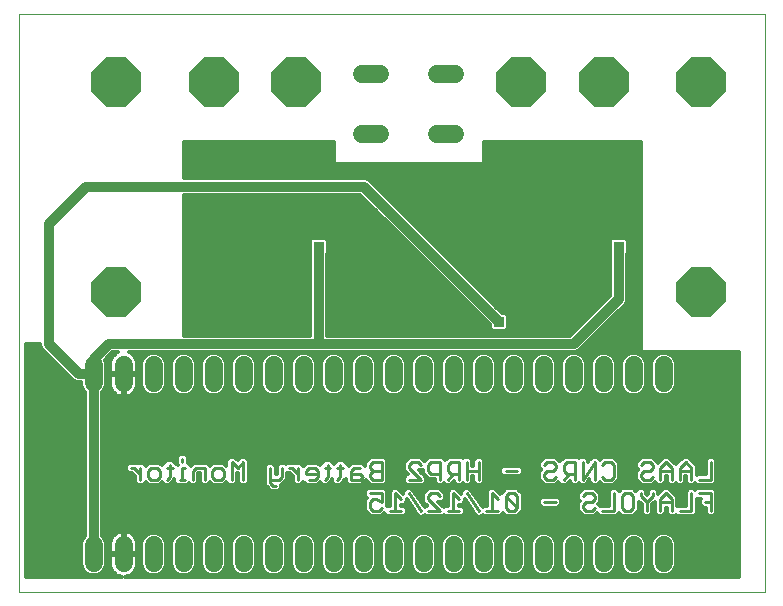
<source format=gbl>
G75*
%MOIN*%
%OFA0B0*%
%FSLAX25Y25*%
%IPPOS*%
%LPD*%
%AMOC8*
5,1,8,0,0,1.08239X$1,22.5*
%
%ADD10C,0.00000*%
%ADD11C,0.01100*%
%ADD12OC8,0.16400*%
%ADD13C,0.05937*%
%ADD14C,0.06000*%
%ADD15C,0.03200*%
%ADD16R,0.03562X0.03562*%
%ADD17C,0.01200*%
D10*
X0001000Y0001000D02*
X0001000Y0193461D01*
X0249701Y0193461D01*
X0249701Y0001000D01*
X0001000Y0001000D01*
D11*
X0041558Y0038300D02*
X0041558Y0042237D01*
X0041558Y0040268D02*
X0039589Y0042237D01*
X0038605Y0042237D01*
X0044067Y0041253D02*
X0044067Y0039284D01*
X0045051Y0038300D01*
X0047019Y0038300D01*
X0048003Y0039284D01*
X0048003Y0041253D01*
X0047019Y0042237D01*
X0045051Y0042237D01*
X0044067Y0041253D01*
X0050332Y0042237D02*
X0052300Y0042237D01*
X0051316Y0043221D02*
X0051316Y0039284D01*
X0050332Y0038300D01*
X0054629Y0038300D02*
X0056597Y0038300D01*
X0055613Y0038300D02*
X0055613Y0042237D01*
X0056597Y0042237D01*
X0055613Y0044205D02*
X0055613Y0045189D01*
X0059106Y0041253D02*
X0059106Y0038300D01*
X0059106Y0041253D02*
X0060090Y0042237D01*
X0063043Y0042237D01*
X0063043Y0038300D01*
X0065552Y0039284D02*
X0065552Y0041253D01*
X0066536Y0042237D01*
X0068504Y0042237D01*
X0069488Y0041253D01*
X0069488Y0039284D01*
X0068504Y0038300D01*
X0066536Y0038300D01*
X0065552Y0039284D01*
X0071997Y0038300D02*
X0071997Y0044205D01*
X0073965Y0042237D01*
X0075934Y0044205D01*
X0075934Y0038300D01*
X0084888Y0038300D02*
X0087841Y0038300D01*
X0088825Y0039284D01*
X0088825Y0042237D01*
X0091244Y0042237D02*
X0092228Y0042237D01*
X0094196Y0040268D01*
X0094196Y0038300D02*
X0094196Y0042237D01*
X0096705Y0041253D02*
X0096705Y0040268D01*
X0100642Y0040268D01*
X0100642Y0039284D02*
X0100642Y0041253D01*
X0099657Y0042237D01*
X0097689Y0042237D01*
X0096705Y0041253D01*
X0097689Y0038300D02*
X0099657Y0038300D01*
X0100642Y0039284D01*
X0102970Y0038300D02*
X0103954Y0039284D01*
X0103954Y0043221D01*
X0102970Y0042237D02*
X0104939Y0042237D01*
X0107267Y0042237D02*
X0109236Y0042237D01*
X0108251Y0043221D02*
X0108251Y0039284D01*
X0107267Y0038300D01*
X0111744Y0038300D02*
X0111744Y0041253D01*
X0112729Y0042237D01*
X0114697Y0042237D01*
X0114697Y0040268D02*
X0111744Y0040268D01*
X0111744Y0038300D02*
X0114697Y0038300D01*
X0115681Y0039284D01*
X0114697Y0040268D01*
X0118190Y0040268D02*
X0118190Y0039284D01*
X0119174Y0038300D01*
X0122127Y0038300D01*
X0122127Y0044205D01*
X0119174Y0044205D01*
X0118190Y0043221D01*
X0118190Y0042237D01*
X0119174Y0041253D01*
X0122127Y0041253D01*
X0119174Y0041253D02*
X0118190Y0040268D01*
X0118190Y0033705D02*
X0122127Y0033705D01*
X0122127Y0030753D01*
X0120158Y0031737D01*
X0119174Y0031737D01*
X0118190Y0030753D01*
X0118190Y0028784D01*
X0119174Y0027800D01*
X0121142Y0027800D01*
X0122127Y0028784D01*
X0124635Y0027800D02*
X0128572Y0027800D01*
X0126604Y0027800D02*
X0126604Y0033705D01*
X0128572Y0031737D01*
X0131081Y0033705D02*
X0135018Y0027800D01*
X0137526Y0027800D02*
X0141463Y0027800D01*
X0137526Y0031737D01*
X0137526Y0032721D01*
X0138511Y0033705D01*
X0140479Y0033705D01*
X0141463Y0032721D01*
X0145940Y0033705D02*
X0145940Y0027800D01*
X0143972Y0027800D02*
X0147909Y0027800D01*
X0147909Y0031737D02*
X0145940Y0033705D01*
X0150417Y0033705D02*
X0154354Y0027800D01*
X0156863Y0027800D02*
X0160800Y0027800D01*
X0158831Y0027800D02*
X0158831Y0033705D01*
X0160800Y0031737D01*
X0163308Y0032721D02*
X0164293Y0033705D01*
X0166261Y0033705D01*
X0167245Y0032721D01*
X0167245Y0028784D01*
X0163308Y0032721D01*
X0163308Y0028784D01*
X0164293Y0027800D01*
X0166261Y0027800D01*
X0167245Y0028784D01*
X0176199Y0030753D02*
X0180136Y0030753D01*
X0179152Y0038300D02*
X0177184Y0038300D01*
X0176199Y0039284D01*
X0176199Y0040268D01*
X0177184Y0041253D01*
X0179152Y0041253D01*
X0180136Y0042237D01*
X0180136Y0043221D01*
X0179152Y0044205D01*
X0177184Y0044205D01*
X0176199Y0043221D01*
X0180136Y0039284D02*
X0179152Y0038300D01*
X0182645Y0038300D02*
X0184613Y0040268D01*
X0183629Y0040268D02*
X0186582Y0040268D01*
X0186582Y0038300D02*
X0186582Y0044205D01*
X0183629Y0044205D01*
X0182645Y0043221D01*
X0182645Y0041253D01*
X0183629Y0040268D01*
X0189090Y0038300D02*
X0189090Y0044205D01*
X0193027Y0044205D02*
X0189090Y0038300D01*
X0193027Y0038300D02*
X0193027Y0044205D01*
X0195536Y0043221D02*
X0196520Y0044205D01*
X0198488Y0044205D01*
X0199473Y0043221D01*
X0199473Y0039284D01*
X0198488Y0038300D01*
X0196520Y0038300D01*
X0195536Y0039284D01*
X0192043Y0033705D02*
X0190074Y0033705D01*
X0189090Y0032721D01*
X0190074Y0030753D02*
X0189090Y0029768D01*
X0189090Y0028784D01*
X0190074Y0027800D01*
X0192043Y0027800D01*
X0193027Y0028784D01*
X0192043Y0030753D02*
X0190074Y0030753D01*
X0192043Y0030753D02*
X0193027Y0031737D01*
X0193027Y0032721D01*
X0192043Y0033705D01*
X0195536Y0027800D02*
X0199473Y0027800D01*
X0199473Y0033705D01*
X0201981Y0032721D02*
X0202965Y0033705D01*
X0204934Y0033705D01*
X0205918Y0032721D01*
X0205918Y0028784D01*
X0204934Y0027800D01*
X0202965Y0027800D01*
X0201981Y0028784D01*
X0201981Y0032721D01*
X0208427Y0032721D02*
X0210395Y0030753D01*
X0210395Y0027800D01*
X0210395Y0030753D02*
X0212364Y0032721D01*
X0212364Y0033705D01*
X0214872Y0031737D02*
X0214872Y0027800D01*
X0214872Y0030753D02*
X0218809Y0030753D01*
X0218809Y0031737D02*
X0218809Y0027800D01*
X0221318Y0027800D02*
X0225255Y0027800D01*
X0225255Y0033705D01*
X0227763Y0033705D02*
X0231700Y0033705D01*
X0231700Y0027800D01*
X0231700Y0030753D02*
X0229732Y0030753D01*
X0231700Y0038300D02*
X0227763Y0038300D01*
X0225255Y0038300D02*
X0225255Y0042237D01*
X0223286Y0044205D01*
X0221318Y0042237D01*
X0221318Y0038300D01*
X0218809Y0038300D02*
X0218809Y0042237D01*
X0216841Y0044205D01*
X0214872Y0042237D01*
X0214872Y0038300D01*
X0212364Y0039284D02*
X0211379Y0038300D01*
X0209411Y0038300D01*
X0208427Y0039284D01*
X0208427Y0040268D01*
X0209411Y0041253D01*
X0211379Y0041253D01*
X0212364Y0042237D01*
X0212364Y0043221D01*
X0211379Y0044205D01*
X0209411Y0044205D01*
X0208427Y0043221D01*
X0214872Y0041253D02*
X0218809Y0041253D01*
X0221318Y0041253D02*
X0225255Y0041253D01*
X0231700Y0044205D02*
X0231700Y0038300D01*
X0218809Y0031737D02*
X0216841Y0033705D01*
X0214872Y0031737D01*
X0208427Y0032721D02*
X0208427Y0033705D01*
X0167245Y0041253D02*
X0163308Y0041253D01*
X0154354Y0041253D02*
X0150417Y0041253D01*
X0147909Y0040268D02*
X0144956Y0040268D01*
X0143972Y0041253D01*
X0143972Y0043221D01*
X0144956Y0044205D01*
X0147909Y0044205D01*
X0147909Y0038300D01*
X0150417Y0038300D02*
X0150417Y0044205D01*
X0154354Y0044205D02*
X0154354Y0038300D01*
X0145940Y0040268D02*
X0143972Y0038300D01*
X0141463Y0038300D02*
X0141463Y0044205D01*
X0138511Y0044205D01*
X0137526Y0043221D01*
X0137526Y0041253D01*
X0138511Y0040268D01*
X0141463Y0040268D01*
X0135018Y0038300D02*
X0131081Y0042237D01*
X0131081Y0043221D01*
X0132065Y0044205D01*
X0134033Y0044205D01*
X0135018Y0043221D01*
X0135018Y0038300D02*
X0131081Y0038300D01*
X0086856Y0036332D02*
X0085872Y0036332D01*
X0084888Y0037316D01*
X0084888Y0042237D01*
D12*
X0033500Y0101000D03*
X0033500Y0171000D03*
X0066000Y0171000D03*
X0093500Y0171000D03*
X0168500Y0171000D03*
X0196000Y0171000D03*
X0228500Y0171000D03*
X0228500Y0101000D03*
D13*
X0216000Y0076469D02*
X0216000Y0070531D01*
X0206000Y0070531D02*
X0206000Y0076469D01*
X0196000Y0076469D02*
X0196000Y0070531D01*
X0186000Y0070531D02*
X0186000Y0076469D01*
X0176000Y0076469D02*
X0176000Y0070531D01*
X0166000Y0070531D02*
X0166000Y0076469D01*
X0156000Y0076469D02*
X0156000Y0070531D01*
X0146000Y0070531D02*
X0146000Y0076469D01*
X0136000Y0076469D02*
X0136000Y0070531D01*
X0126000Y0070531D02*
X0126000Y0076469D01*
X0116000Y0076469D02*
X0116000Y0070531D01*
X0106000Y0070531D02*
X0106000Y0076469D01*
X0096000Y0076469D02*
X0096000Y0070531D01*
X0086000Y0070531D02*
X0086000Y0076469D01*
X0076000Y0076469D02*
X0076000Y0070531D01*
X0066000Y0070531D02*
X0066000Y0076469D01*
X0056000Y0076469D02*
X0056000Y0070531D01*
X0046000Y0070531D02*
X0046000Y0076469D01*
X0036000Y0076469D02*
X0036000Y0070531D01*
X0026000Y0070531D02*
X0026000Y0076469D01*
X0026000Y0016469D02*
X0026000Y0010531D01*
X0036000Y0010531D02*
X0036000Y0016469D01*
X0046000Y0016469D02*
X0046000Y0010531D01*
X0056000Y0010531D02*
X0056000Y0016469D01*
X0066000Y0016469D02*
X0066000Y0010531D01*
X0076000Y0010531D02*
X0076000Y0016469D01*
X0086000Y0016469D02*
X0086000Y0010531D01*
X0096000Y0010531D02*
X0096000Y0016469D01*
X0106000Y0016469D02*
X0106000Y0010531D01*
X0116000Y0010531D02*
X0116000Y0016469D01*
X0126000Y0016469D02*
X0126000Y0010531D01*
X0136000Y0010531D02*
X0136000Y0016469D01*
X0146000Y0016469D02*
X0146000Y0010531D01*
X0156000Y0010531D02*
X0156000Y0016469D01*
X0166000Y0016469D02*
X0166000Y0010531D01*
X0176000Y0010531D02*
X0176000Y0016469D01*
X0186000Y0016469D02*
X0186000Y0010531D01*
X0196000Y0010531D02*
X0196000Y0016469D01*
X0206000Y0016469D02*
X0206000Y0010531D01*
X0216000Y0010531D02*
X0216000Y0016469D01*
D14*
X0146500Y0153500D02*
X0140500Y0153500D01*
X0121500Y0153500D02*
X0115500Y0153500D01*
X0115500Y0173500D02*
X0121500Y0173500D01*
X0140500Y0173500D02*
X0146500Y0173500D01*
D15*
X0176000Y0146000D02*
X0173500Y0143500D01*
X0201000Y0116000D02*
X0201000Y0098500D01*
X0186000Y0083500D01*
X0101000Y0083500D01*
X0101000Y0116000D01*
X0116000Y0136000D02*
X0161000Y0091000D01*
X0116000Y0136000D02*
X0023500Y0136000D01*
X0011000Y0123500D01*
X0011000Y0083500D01*
X0021000Y0073500D01*
X0026000Y0073500D01*
X0026000Y0078500D01*
X0031000Y0083500D01*
X0101000Y0083500D01*
X0026000Y0073500D02*
X0026000Y0013500D01*
D16*
X0108500Y0093500D03*
X0101000Y0116000D03*
X0093500Y0131000D03*
X0061000Y0148500D03*
X0079563Y0095914D03*
X0161000Y0091000D03*
X0201000Y0116000D03*
X0201000Y0126000D03*
X0173500Y0143500D03*
D17*
X0156000Y0143500D02*
X0156000Y0151000D01*
X0208500Y0151000D01*
X0208500Y0081000D01*
X0241000Y0081000D01*
X0241000Y0006000D01*
X0036593Y0006000D01*
X0037070Y0006075D01*
X0037754Y0006298D01*
X0038394Y0006624D01*
X0038976Y0007047D01*
X0039485Y0007555D01*
X0039907Y0008137D01*
X0040234Y0008778D01*
X0040456Y0009462D01*
X0040568Y0010172D01*
X0040568Y0013116D01*
X0036384Y0013116D01*
X0036384Y0013884D01*
X0035616Y0013884D01*
X0035616Y0013116D01*
X0031431Y0013116D01*
X0031431Y0010172D01*
X0031544Y0009462D01*
X0031766Y0008778D01*
X0032093Y0008137D01*
X0032515Y0007555D01*
X0033024Y0007047D01*
X0033606Y0006624D01*
X0034246Y0006298D01*
X0034930Y0006075D01*
X0035407Y0006000D01*
X0003500Y0006000D01*
X0003500Y0083500D01*
X0008200Y0083500D01*
X0008200Y0082943D01*
X0008626Y0081914D01*
X0009414Y0081126D01*
X0018626Y0071914D01*
X0019414Y0071126D01*
X0020443Y0070700D01*
X0021831Y0070700D01*
X0021831Y0069702D01*
X0022466Y0068170D01*
X0023200Y0067436D01*
X0023200Y0019564D01*
X0022466Y0018830D01*
X0021831Y0017298D01*
X0021831Y0009702D01*
X0022466Y0008170D01*
X0023639Y0006998D01*
X0025171Y0006363D01*
X0026829Y0006363D01*
X0028361Y0006998D01*
X0029534Y0008170D01*
X0030168Y0009702D01*
X0030168Y0017298D01*
X0029534Y0018830D01*
X0028800Y0019564D01*
X0028800Y0067436D01*
X0029534Y0068170D01*
X0030168Y0069702D01*
X0030168Y0077298D01*
X0029755Y0078295D01*
X0032160Y0080700D01*
X0034242Y0080700D01*
X0033606Y0080376D01*
X0033024Y0079953D01*
X0032515Y0079445D01*
X0032093Y0078863D01*
X0031766Y0078222D01*
X0031544Y0077538D01*
X0031431Y0076828D01*
X0031431Y0073884D01*
X0035616Y0073884D01*
X0035616Y0073116D01*
X0036384Y0073116D01*
X0036384Y0065967D01*
X0037070Y0066075D01*
X0037754Y0066298D01*
X0038394Y0066624D01*
X0038976Y0067047D01*
X0039485Y0067555D01*
X0039907Y0068137D01*
X0040234Y0068778D01*
X0040456Y0069462D01*
X0040568Y0070172D01*
X0040568Y0073116D01*
X0036384Y0073116D01*
X0036384Y0073884D01*
X0040568Y0073884D01*
X0040568Y0076828D01*
X0040456Y0077538D01*
X0040234Y0078222D01*
X0039907Y0078863D01*
X0039485Y0079445D01*
X0038976Y0079953D01*
X0038394Y0080376D01*
X0037758Y0080700D01*
X0186557Y0080700D01*
X0187586Y0081126D01*
X0203374Y0096914D01*
X0203800Y0097943D01*
X0203800Y0113541D01*
X0203981Y0113722D01*
X0203981Y0118278D01*
X0203278Y0118981D01*
X0198722Y0118981D01*
X0198019Y0118278D01*
X0198019Y0113722D01*
X0198200Y0113541D01*
X0198200Y0099660D01*
X0184840Y0086300D01*
X0103800Y0086300D01*
X0103800Y0113541D01*
X0103981Y0113722D01*
X0103981Y0118278D01*
X0103278Y0118981D01*
X0098722Y0118981D01*
X0098019Y0118278D01*
X0098019Y0113722D01*
X0098200Y0113541D01*
X0098200Y0086300D01*
X0056000Y0086300D01*
X0056000Y0133200D01*
X0114840Y0133200D01*
X0158019Y0090021D01*
X0158019Y0088722D01*
X0158722Y0088019D01*
X0163278Y0088019D01*
X0163981Y0088722D01*
X0163981Y0093278D01*
X0163278Y0093981D01*
X0161979Y0093981D01*
X0117586Y0138374D01*
X0116557Y0138800D01*
X0056000Y0138800D01*
X0056000Y0151000D01*
X0106000Y0151000D01*
X0106000Y0143500D01*
X0156000Y0143500D01*
X0156000Y0143623D02*
X0208500Y0143623D01*
X0208500Y0144821D02*
X0156000Y0144821D01*
X0156000Y0146020D02*
X0208500Y0146020D01*
X0208500Y0147218D02*
X0156000Y0147218D01*
X0156000Y0148417D02*
X0208500Y0148417D01*
X0208500Y0149615D02*
X0156000Y0149615D01*
X0156000Y0150814D02*
X0208500Y0150814D01*
X0208500Y0142424D02*
X0056000Y0142424D01*
X0056000Y0141226D02*
X0208500Y0141226D01*
X0208500Y0140027D02*
X0056000Y0140027D01*
X0056000Y0138829D02*
X0208500Y0138829D01*
X0208500Y0137630D02*
X0118329Y0137630D01*
X0119528Y0136432D02*
X0208500Y0136432D01*
X0208500Y0135233D02*
X0120727Y0135233D01*
X0121925Y0134035D02*
X0208500Y0134035D01*
X0208500Y0132836D02*
X0123124Y0132836D01*
X0124322Y0131638D02*
X0208500Y0131638D01*
X0208500Y0130439D02*
X0125521Y0130439D01*
X0126719Y0129241D02*
X0208500Y0129241D01*
X0208500Y0128042D02*
X0127918Y0128042D01*
X0129116Y0126844D02*
X0208500Y0126844D01*
X0208500Y0125645D02*
X0130315Y0125645D01*
X0131513Y0124447D02*
X0208500Y0124447D01*
X0208500Y0123248D02*
X0132712Y0123248D01*
X0133910Y0122050D02*
X0208500Y0122050D01*
X0208500Y0120851D02*
X0135109Y0120851D01*
X0136307Y0119653D02*
X0208500Y0119653D01*
X0208500Y0118454D02*
X0203805Y0118454D01*
X0203981Y0117256D02*
X0208500Y0117256D01*
X0208500Y0116057D02*
X0203981Y0116057D01*
X0203981Y0114859D02*
X0208500Y0114859D01*
X0208500Y0113660D02*
X0203919Y0113660D01*
X0203800Y0112462D02*
X0208500Y0112462D01*
X0208500Y0111263D02*
X0203800Y0111263D01*
X0203800Y0110065D02*
X0208500Y0110065D01*
X0208500Y0108866D02*
X0203800Y0108866D01*
X0203800Y0107668D02*
X0208500Y0107668D01*
X0208500Y0106469D02*
X0203800Y0106469D01*
X0203800Y0105270D02*
X0208500Y0105270D01*
X0208500Y0104072D02*
X0203800Y0104072D01*
X0203800Y0102873D02*
X0208500Y0102873D01*
X0208500Y0101675D02*
X0203800Y0101675D01*
X0203800Y0100476D02*
X0208500Y0100476D01*
X0208500Y0099278D02*
X0203800Y0099278D01*
X0203800Y0098079D02*
X0208500Y0098079D01*
X0208500Y0096881D02*
X0203341Y0096881D01*
X0202142Y0095682D02*
X0208500Y0095682D01*
X0208500Y0094484D02*
X0200944Y0094484D01*
X0199745Y0093285D02*
X0208500Y0093285D01*
X0208500Y0092087D02*
X0198547Y0092087D01*
X0197348Y0090888D02*
X0208500Y0090888D01*
X0208500Y0089690D02*
X0196150Y0089690D01*
X0194951Y0088491D02*
X0208500Y0088491D01*
X0208500Y0087293D02*
X0193753Y0087293D01*
X0192554Y0086094D02*
X0208500Y0086094D01*
X0208500Y0084896D02*
X0191356Y0084896D01*
X0190157Y0083697D02*
X0208500Y0083697D01*
X0208500Y0082499D02*
X0188959Y0082499D01*
X0187760Y0081300D02*
X0208500Y0081300D01*
X0208121Y0080102D02*
X0213879Y0080102D01*
X0213639Y0080002D02*
X0212466Y0078830D01*
X0211831Y0077298D01*
X0211831Y0069702D01*
X0212466Y0068170D01*
X0213639Y0066998D01*
X0215171Y0066363D01*
X0216829Y0066363D01*
X0218361Y0066998D01*
X0219534Y0068170D01*
X0220168Y0069702D01*
X0220168Y0077298D01*
X0219534Y0078830D01*
X0218361Y0080002D01*
X0216829Y0080637D01*
X0215171Y0080637D01*
X0213639Y0080002D01*
X0212540Y0078903D02*
X0209460Y0078903D01*
X0209534Y0078830D02*
X0208361Y0080002D01*
X0206829Y0080637D01*
X0205171Y0080637D01*
X0203639Y0080002D01*
X0202466Y0078830D01*
X0201831Y0077298D01*
X0201831Y0069702D01*
X0202466Y0068170D01*
X0203639Y0066998D01*
X0205171Y0066363D01*
X0206829Y0066363D01*
X0208361Y0066998D01*
X0209534Y0068170D01*
X0210168Y0069702D01*
X0210168Y0077298D01*
X0209534Y0078830D01*
X0210000Y0077705D02*
X0212000Y0077705D01*
X0211831Y0076506D02*
X0210168Y0076506D01*
X0210168Y0075308D02*
X0211831Y0075308D01*
X0211831Y0074109D02*
X0210168Y0074109D01*
X0210168Y0072911D02*
X0211831Y0072911D01*
X0211831Y0071712D02*
X0210168Y0071712D01*
X0210168Y0070514D02*
X0211831Y0070514D01*
X0211992Y0069315D02*
X0210008Y0069315D01*
X0209480Y0068117D02*
X0212520Y0068117D01*
X0213831Y0066918D02*
X0208169Y0066918D01*
X0203831Y0066918D02*
X0198169Y0066918D01*
X0198361Y0066998D02*
X0199534Y0068170D01*
X0200168Y0069702D01*
X0200168Y0077298D01*
X0199534Y0078830D01*
X0198361Y0080002D01*
X0196829Y0080637D01*
X0195171Y0080637D01*
X0193639Y0080002D01*
X0192466Y0078830D01*
X0191831Y0077298D01*
X0191831Y0069702D01*
X0192466Y0068170D01*
X0193639Y0066998D01*
X0195171Y0066363D01*
X0196829Y0066363D01*
X0198361Y0066998D01*
X0199480Y0068117D02*
X0202520Y0068117D01*
X0201992Y0069315D02*
X0200008Y0069315D01*
X0200168Y0070514D02*
X0201831Y0070514D01*
X0201831Y0071712D02*
X0200168Y0071712D01*
X0200168Y0072911D02*
X0201831Y0072911D01*
X0201831Y0074109D02*
X0200168Y0074109D01*
X0200168Y0075308D02*
X0201831Y0075308D01*
X0201831Y0076506D02*
X0200168Y0076506D01*
X0200000Y0077705D02*
X0202000Y0077705D01*
X0202540Y0078903D02*
X0199460Y0078903D01*
X0198121Y0080102D02*
X0203879Y0080102D01*
X0193879Y0080102D02*
X0188121Y0080102D01*
X0188361Y0080002D02*
X0186829Y0080637D01*
X0185171Y0080637D01*
X0183639Y0080002D01*
X0182466Y0078830D01*
X0181831Y0077298D01*
X0181831Y0069702D01*
X0182466Y0068170D01*
X0183639Y0066998D01*
X0185171Y0066363D01*
X0186829Y0066363D01*
X0188361Y0066998D01*
X0189534Y0068170D01*
X0190168Y0069702D01*
X0190168Y0077298D01*
X0189534Y0078830D01*
X0188361Y0080002D01*
X0189460Y0078903D02*
X0192540Y0078903D01*
X0192000Y0077705D02*
X0190000Y0077705D01*
X0190168Y0076506D02*
X0191831Y0076506D01*
X0191831Y0075308D02*
X0190168Y0075308D01*
X0190168Y0074109D02*
X0191831Y0074109D01*
X0191831Y0072911D02*
X0190168Y0072911D01*
X0190168Y0071712D02*
X0191831Y0071712D01*
X0191831Y0070514D02*
X0190168Y0070514D01*
X0190008Y0069315D02*
X0191992Y0069315D01*
X0192520Y0068117D02*
X0189480Y0068117D01*
X0188169Y0066918D02*
X0193831Y0066918D01*
X0183831Y0066918D02*
X0178169Y0066918D01*
X0178361Y0066998D02*
X0179534Y0068170D01*
X0180168Y0069702D01*
X0180168Y0077298D01*
X0179534Y0078830D01*
X0178361Y0080002D01*
X0176829Y0080637D01*
X0175171Y0080637D01*
X0173639Y0080002D01*
X0172466Y0078830D01*
X0171831Y0077298D01*
X0171831Y0069702D01*
X0172466Y0068170D01*
X0173639Y0066998D01*
X0175171Y0066363D01*
X0176829Y0066363D01*
X0178361Y0066998D01*
X0179480Y0068117D02*
X0182520Y0068117D01*
X0181992Y0069315D02*
X0180008Y0069315D01*
X0180168Y0070514D02*
X0181831Y0070514D01*
X0181831Y0071712D02*
X0180168Y0071712D01*
X0180168Y0072911D02*
X0181831Y0072911D01*
X0181831Y0074109D02*
X0180168Y0074109D01*
X0180168Y0075308D02*
X0181831Y0075308D01*
X0181831Y0076506D02*
X0180168Y0076506D01*
X0180000Y0077705D02*
X0182000Y0077705D01*
X0182540Y0078903D02*
X0179460Y0078903D01*
X0178121Y0080102D02*
X0183879Y0080102D01*
X0185833Y0087293D02*
X0103800Y0087293D01*
X0103800Y0088491D02*
X0158249Y0088491D01*
X0158019Y0089690D02*
X0103800Y0089690D01*
X0103800Y0090888D02*
X0157152Y0090888D01*
X0155953Y0092087D02*
X0103800Y0092087D01*
X0103800Y0093285D02*
X0154755Y0093285D01*
X0153556Y0094484D02*
X0103800Y0094484D01*
X0103800Y0095682D02*
X0152358Y0095682D01*
X0151159Y0096881D02*
X0103800Y0096881D01*
X0103800Y0098079D02*
X0149961Y0098079D01*
X0148762Y0099278D02*
X0103800Y0099278D01*
X0103800Y0100476D02*
X0147564Y0100476D01*
X0146365Y0101675D02*
X0103800Y0101675D01*
X0103800Y0102873D02*
X0145167Y0102873D01*
X0143968Y0104072D02*
X0103800Y0104072D01*
X0103800Y0105270D02*
X0142770Y0105270D01*
X0141571Y0106469D02*
X0103800Y0106469D01*
X0103800Y0107668D02*
X0140373Y0107668D01*
X0139174Y0108866D02*
X0103800Y0108866D01*
X0103800Y0110065D02*
X0137976Y0110065D01*
X0136777Y0111263D02*
X0103800Y0111263D01*
X0103800Y0112462D02*
X0135579Y0112462D01*
X0134380Y0113660D02*
X0103919Y0113660D01*
X0103981Y0114859D02*
X0133182Y0114859D01*
X0131983Y0116057D02*
X0103981Y0116057D01*
X0103981Y0117256D02*
X0130785Y0117256D01*
X0129586Y0118454D02*
X0103805Y0118454D01*
X0098195Y0118454D02*
X0056000Y0118454D01*
X0056000Y0117256D02*
X0098019Y0117256D01*
X0098019Y0116057D02*
X0056000Y0116057D01*
X0056000Y0114859D02*
X0098019Y0114859D01*
X0098081Y0113660D02*
X0056000Y0113660D01*
X0056000Y0112462D02*
X0098200Y0112462D01*
X0098200Y0111263D02*
X0056000Y0111263D01*
X0056000Y0110065D02*
X0098200Y0110065D01*
X0098200Y0108866D02*
X0056000Y0108866D01*
X0056000Y0107668D02*
X0098200Y0107668D01*
X0098200Y0106469D02*
X0056000Y0106469D01*
X0056000Y0105270D02*
X0098200Y0105270D01*
X0098200Y0104072D02*
X0056000Y0104072D01*
X0056000Y0102873D02*
X0098200Y0102873D01*
X0098200Y0101675D02*
X0056000Y0101675D01*
X0056000Y0100476D02*
X0098200Y0100476D01*
X0098200Y0099278D02*
X0056000Y0099278D01*
X0056000Y0098079D02*
X0098200Y0098079D01*
X0098200Y0096881D02*
X0056000Y0096881D01*
X0056000Y0095682D02*
X0098200Y0095682D01*
X0098200Y0094484D02*
X0056000Y0094484D01*
X0056000Y0093285D02*
X0098200Y0093285D01*
X0098200Y0092087D02*
X0056000Y0092087D01*
X0056000Y0090888D02*
X0098200Y0090888D01*
X0098200Y0089690D02*
X0056000Y0089690D01*
X0056000Y0088491D02*
X0098200Y0088491D01*
X0098200Y0087293D02*
X0056000Y0087293D01*
X0055171Y0080637D02*
X0053639Y0080002D01*
X0052466Y0078830D01*
X0051831Y0077298D01*
X0051831Y0069702D01*
X0052466Y0068170D01*
X0053639Y0066998D01*
X0055171Y0066363D01*
X0056829Y0066363D01*
X0058361Y0066998D01*
X0059534Y0068170D01*
X0060168Y0069702D01*
X0060168Y0077298D01*
X0059534Y0078830D01*
X0058361Y0080002D01*
X0056829Y0080637D01*
X0055171Y0080637D01*
X0053879Y0080102D02*
X0048121Y0080102D01*
X0048361Y0080002D02*
X0046829Y0080637D01*
X0045171Y0080637D01*
X0043639Y0080002D01*
X0042466Y0078830D01*
X0041831Y0077298D01*
X0041831Y0069702D01*
X0042466Y0068170D01*
X0043639Y0066998D01*
X0045171Y0066363D01*
X0046829Y0066363D01*
X0048361Y0066998D01*
X0049534Y0068170D01*
X0050168Y0069702D01*
X0050168Y0077298D01*
X0049534Y0078830D01*
X0048361Y0080002D01*
X0049460Y0078903D02*
X0052540Y0078903D01*
X0052000Y0077705D02*
X0050000Y0077705D01*
X0050168Y0076506D02*
X0051831Y0076506D01*
X0051831Y0075308D02*
X0050168Y0075308D01*
X0050168Y0074109D02*
X0051831Y0074109D01*
X0051831Y0072911D02*
X0050168Y0072911D01*
X0050168Y0071712D02*
X0051831Y0071712D01*
X0051831Y0070514D02*
X0050168Y0070514D01*
X0050008Y0069315D02*
X0051992Y0069315D01*
X0052520Y0068117D02*
X0049480Y0068117D01*
X0048169Y0066918D02*
X0053831Y0066918D01*
X0058169Y0066918D02*
X0063831Y0066918D01*
X0063639Y0066998D02*
X0065171Y0066363D01*
X0066829Y0066363D01*
X0068361Y0066998D01*
X0069534Y0068170D01*
X0070168Y0069702D01*
X0070168Y0077298D01*
X0069534Y0078830D01*
X0068361Y0080002D01*
X0066829Y0080637D01*
X0065171Y0080637D01*
X0063639Y0080002D01*
X0062466Y0078830D01*
X0061831Y0077298D01*
X0061831Y0069702D01*
X0062466Y0068170D01*
X0063639Y0066998D01*
X0062520Y0068117D02*
X0059480Y0068117D01*
X0060008Y0069315D02*
X0061992Y0069315D01*
X0061831Y0070514D02*
X0060168Y0070514D01*
X0060168Y0071712D02*
X0061831Y0071712D01*
X0061831Y0072911D02*
X0060168Y0072911D01*
X0060168Y0074109D02*
X0061831Y0074109D01*
X0061831Y0075308D02*
X0060168Y0075308D01*
X0060168Y0076506D02*
X0061831Y0076506D01*
X0062000Y0077705D02*
X0060000Y0077705D01*
X0059460Y0078903D02*
X0062540Y0078903D01*
X0063879Y0080102D02*
X0058121Y0080102D01*
X0068121Y0080102D02*
X0073879Y0080102D01*
X0073639Y0080002D02*
X0072466Y0078830D01*
X0071831Y0077298D01*
X0071831Y0069702D01*
X0072466Y0068170D01*
X0073639Y0066998D01*
X0075171Y0066363D01*
X0076829Y0066363D01*
X0078361Y0066998D01*
X0079534Y0068170D01*
X0080168Y0069702D01*
X0080168Y0077298D01*
X0079534Y0078830D01*
X0078361Y0080002D01*
X0076829Y0080637D01*
X0075171Y0080637D01*
X0073639Y0080002D01*
X0072540Y0078903D02*
X0069460Y0078903D01*
X0070000Y0077705D02*
X0072000Y0077705D01*
X0071831Y0076506D02*
X0070168Y0076506D01*
X0070168Y0075308D02*
X0071831Y0075308D01*
X0071831Y0074109D02*
X0070168Y0074109D01*
X0070168Y0072911D02*
X0071831Y0072911D01*
X0071831Y0071712D02*
X0070168Y0071712D01*
X0070168Y0070514D02*
X0071831Y0070514D01*
X0071992Y0069315D02*
X0070008Y0069315D01*
X0069480Y0068117D02*
X0072520Y0068117D01*
X0073831Y0066918D02*
X0068169Y0066918D01*
X0078169Y0066918D02*
X0083831Y0066918D01*
X0083639Y0066998D02*
X0085171Y0066363D01*
X0086829Y0066363D01*
X0088361Y0066998D01*
X0089534Y0068170D01*
X0090168Y0069702D01*
X0090168Y0077298D01*
X0089534Y0078830D01*
X0088361Y0080002D01*
X0086829Y0080637D01*
X0085171Y0080637D01*
X0083639Y0080002D01*
X0082466Y0078830D01*
X0081831Y0077298D01*
X0081831Y0069702D01*
X0082466Y0068170D01*
X0083639Y0066998D01*
X0082520Y0068117D02*
X0079480Y0068117D01*
X0080008Y0069315D02*
X0081992Y0069315D01*
X0081831Y0070514D02*
X0080168Y0070514D01*
X0080168Y0071712D02*
X0081831Y0071712D01*
X0081831Y0072911D02*
X0080168Y0072911D01*
X0080168Y0074109D02*
X0081831Y0074109D01*
X0081831Y0075308D02*
X0080168Y0075308D01*
X0080168Y0076506D02*
X0081831Y0076506D01*
X0082000Y0077705D02*
X0080000Y0077705D01*
X0079460Y0078903D02*
X0082540Y0078903D01*
X0083879Y0080102D02*
X0078121Y0080102D01*
X0088121Y0080102D02*
X0093879Y0080102D01*
X0093639Y0080002D02*
X0092466Y0078830D01*
X0091831Y0077298D01*
X0091831Y0069702D01*
X0092466Y0068170D01*
X0093639Y0066998D01*
X0095171Y0066363D01*
X0096829Y0066363D01*
X0098361Y0066998D01*
X0099534Y0068170D01*
X0100168Y0069702D01*
X0100168Y0077298D01*
X0099534Y0078830D01*
X0098361Y0080002D01*
X0096829Y0080637D01*
X0095171Y0080637D01*
X0093639Y0080002D01*
X0092540Y0078903D02*
X0089460Y0078903D01*
X0090000Y0077705D02*
X0092000Y0077705D01*
X0091831Y0076506D02*
X0090168Y0076506D01*
X0090168Y0075308D02*
X0091831Y0075308D01*
X0091831Y0074109D02*
X0090168Y0074109D01*
X0090168Y0072911D02*
X0091831Y0072911D01*
X0091831Y0071712D02*
X0090168Y0071712D01*
X0090168Y0070514D02*
X0091831Y0070514D01*
X0091992Y0069315D02*
X0090008Y0069315D01*
X0089480Y0068117D02*
X0092520Y0068117D01*
X0093831Y0066918D02*
X0088169Y0066918D01*
X0098169Y0066918D02*
X0103831Y0066918D01*
X0103639Y0066998D02*
X0105171Y0066363D01*
X0106829Y0066363D01*
X0108361Y0066998D01*
X0109534Y0068170D01*
X0110168Y0069702D01*
X0110168Y0077298D01*
X0109534Y0078830D01*
X0108361Y0080002D01*
X0106829Y0080637D01*
X0105171Y0080637D01*
X0103639Y0080002D01*
X0102466Y0078830D01*
X0101831Y0077298D01*
X0101831Y0069702D01*
X0102466Y0068170D01*
X0103639Y0066998D01*
X0102520Y0068117D02*
X0099480Y0068117D01*
X0100008Y0069315D02*
X0101992Y0069315D01*
X0101831Y0070514D02*
X0100168Y0070514D01*
X0100168Y0071712D02*
X0101831Y0071712D01*
X0101831Y0072911D02*
X0100168Y0072911D01*
X0100168Y0074109D02*
X0101831Y0074109D01*
X0101831Y0075308D02*
X0100168Y0075308D01*
X0100168Y0076506D02*
X0101831Y0076506D01*
X0102000Y0077705D02*
X0100000Y0077705D01*
X0099460Y0078903D02*
X0102540Y0078903D01*
X0103879Y0080102D02*
X0098121Y0080102D01*
X0108121Y0080102D02*
X0113879Y0080102D01*
X0113639Y0080002D02*
X0112466Y0078830D01*
X0111831Y0077298D01*
X0111831Y0069702D01*
X0112466Y0068170D01*
X0113639Y0066998D01*
X0115171Y0066363D01*
X0116829Y0066363D01*
X0118361Y0066998D01*
X0119534Y0068170D01*
X0120168Y0069702D01*
X0120168Y0077298D01*
X0119534Y0078830D01*
X0118361Y0080002D01*
X0116829Y0080637D01*
X0115171Y0080637D01*
X0113639Y0080002D01*
X0112540Y0078903D02*
X0109460Y0078903D01*
X0110000Y0077705D02*
X0112000Y0077705D01*
X0111831Y0076506D02*
X0110168Y0076506D01*
X0110168Y0075308D02*
X0111831Y0075308D01*
X0111831Y0074109D02*
X0110168Y0074109D01*
X0110168Y0072911D02*
X0111831Y0072911D01*
X0111831Y0071712D02*
X0110168Y0071712D01*
X0110168Y0070514D02*
X0111831Y0070514D01*
X0111992Y0069315D02*
X0110008Y0069315D01*
X0109480Y0068117D02*
X0112520Y0068117D01*
X0113831Y0066918D02*
X0108169Y0066918D01*
X0118169Y0066918D02*
X0123831Y0066918D01*
X0123639Y0066998D02*
X0125171Y0066363D01*
X0126829Y0066363D01*
X0128361Y0066998D01*
X0129534Y0068170D01*
X0130168Y0069702D01*
X0130168Y0077298D01*
X0129534Y0078830D01*
X0128361Y0080002D01*
X0126829Y0080637D01*
X0125171Y0080637D01*
X0123639Y0080002D01*
X0122466Y0078830D01*
X0121831Y0077298D01*
X0121831Y0069702D01*
X0122466Y0068170D01*
X0123639Y0066998D01*
X0122520Y0068117D02*
X0119480Y0068117D01*
X0120008Y0069315D02*
X0121992Y0069315D01*
X0121831Y0070514D02*
X0120168Y0070514D01*
X0120168Y0071712D02*
X0121831Y0071712D01*
X0121831Y0072911D02*
X0120168Y0072911D01*
X0120168Y0074109D02*
X0121831Y0074109D01*
X0121831Y0075308D02*
X0120168Y0075308D01*
X0120168Y0076506D02*
X0121831Y0076506D01*
X0122000Y0077705D02*
X0120000Y0077705D01*
X0119460Y0078903D02*
X0122540Y0078903D01*
X0123879Y0080102D02*
X0118121Y0080102D01*
X0128121Y0080102D02*
X0133879Y0080102D01*
X0133639Y0080002D02*
X0132466Y0078830D01*
X0131831Y0077298D01*
X0131831Y0069702D01*
X0132466Y0068170D01*
X0133639Y0066998D01*
X0135171Y0066363D01*
X0136829Y0066363D01*
X0138361Y0066998D01*
X0139534Y0068170D01*
X0140168Y0069702D01*
X0140168Y0077298D01*
X0139534Y0078830D01*
X0138361Y0080002D01*
X0136829Y0080637D01*
X0135171Y0080637D01*
X0133639Y0080002D01*
X0132540Y0078903D02*
X0129460Y0078903D01*
X0130000Y0077705D02*
X0132000Y0077705D01*
X0131831Y0076506D02*
X0130168Y0076506D01*
X0130168Y0075308D02*
X0131831Y0075308D01*
X0131831Y0074109D02*
X0130168Y0074109D01*
X0130168Y0072911D02*
X0131831Y0072911D01*
X0131831Y0071712D02*
X0130168Y0071712D01*
X0130168Y0070514D02*
X0131831Y0070514D01*
X0131992Y0069315D02*
X0130008Y0069315D01*
X0129480Y0068117D02*
X0132520Y0068117D01*
X0133831Y0066918D02*
X0128169Y0066918D01*
X0138169Y0066918D02*
X0143831Y0066918D01*
X0143639Y0066998D02*
X0145171Y0066363D01*
X0146829Y0066363D01*
X0148361Y0066998D01*
X0149534Y0068170D01*
X0150168Y0069702D01*
X0150168Y0077298D01*
X0149534Y0078830D01*
X0148361Y0080002D01*
X0146829Y0080637D01*
X0145171Y0080637D01*
X0143639Y0080002D01*
X0142466Y0078830D01*
X0141831Y0077298D01*
X0141831Y0069702D01*
X0142466Y0068170D01*
X0143639Y0066998D01*
X0142520Y0068117D02*
X0139480Y0068117D01*
X0140008Y0069315D02*
X0141992Y0069315D01*
X0141831Y0070514D02*
X0140168Y0070514D01*
X0140168Y0071712D02*
X0141831Y0071712D01*
X0141831Y0072911D02*
X0140168Y0072911D01*
X0140168Y0074109D02*
X0141831Y0074109D01*
X0141831Y0075308D02*
X0140168Y0075308D01*
X0140168Y0076506D02*
X0141831Y0076506D01*
X0142000Y0077705D02*
X0140000Y0077705D01*
X0139460Y0078903D02*
X0142540Y0078903D01*
X0143879Y0080102D02*
X0138121Y0080102D01*
X0148121Y0080102D02*
X0153879Y0080102D01*
X0153639Y0080002D02*
X0152466Y0078830D01*
X0151831Y0077298D01*
X0151831Y0069702D01*
X0152466Y0068170D01*
X0153639Y0066998D01*
X0155171Y0066363D01*
X0156829Y0066363D01*
X0158361Y0066998D01*
X0159534Y0068170D01*
X0160168Y0069702D01*
X0160168Y0077298D01*
X0159534Y0078830D01*
X0158361Y0080002D01*
X0156829Y0080637D01*
X0155171Y0080637D01*
X0153639Y0080002D01*
X0152540Y0078903D02*
X0149460Y0078903D01*
X0150000Y0077705D02*
X0152000Y0077705D01*
X0151831Y0076506D02*
X0150168Y0076506D01*
X0150168Y0075308D02*
X0151831Y0075308D01*
X0151831Y0074109D02*
X0150168Y0074109D01*
X0150168Y0072911D02*
X0151831Y0072911D01*
X0151831Y0071712D02*
X0150168Y0071712D01*
X0150168Y0070514D02*
X0151831Y0070514D01*
X0151992Y0069315D02*
X0150008Y0069315D01*
X0149480Y0068117D02*
X0152520Y0068117D01*
X0153831Y0066918D02*
X0148169Y0066918D01*
X0158169Y0066918D02*
X0163831Y0066918D01*
X0163639Y0066998D02*
X0165171Y0066363D01*
X0166829Y0066363D01*
X0168361Y0066998D01*
X0169534Y0068170D01*
X0170168Y0069702D01*
X0170168Y0077298D01*
X0169534Y0078830D01*
X0168361Y0080002D01*
X0166829Y0080637D01*
X0165171Y0080637D01*
X0163639Y0080002D01*
X0162466Y0078830D01*
X0161831Y0077298D01*
X0161831Y0069702D01*
X0162466Y0068170D01*
X0163639Y0066998D01*
X0162520Y0068117D02*
X0159480Y0068117D01*
X0160008Y0069315D02*
X0161992Y0069315D01*
X0161831Y0070514D02*
X0160168Y0070514D01*
X0160168Y0071712D02*
X0161831Y0071712D01*
X0161831Y0072911D02*
X0160168Y0072911D01*
X0160168Y0074109D02*
X0161831Y0074109D01*
X0161831Y0075308D02*
X0160168Y0075308D01*
X0160168Y0076506D02*
X0161831Y0076506D01*
X0162000Y0077705D02*
X0160000Y0077705D01*
X0159460Y0078903D02*
X0162540Y0078903D01*
X0163879Y0080102D02*
X0158121Y0080102D01*
X0168121Y0080102D02*
X0173879Y0080102D01*
X0172540Y0078903D02*
X0169460Y0078903D01*
X0170000Y0077705D02*
X0172000Y0077705D01*
X0171831Y0076506D02*
X0170168Y0076506D01*
X0170168Y0075308D02*
X0171831Y0075308D01*
X0171831Y0074109D02*
X0170168Y0074109D01*
X0170168Y0072911D02*
X0171831Y0072911D01*
X0171831Y0071712D02*
X0170168Y0071712D01*
X0170168Y0070514D02*
X0171831Y0070514D01*
X0171992Y0069315D02*
X0170008Y0069315D01*
X0169480Y0068117D02*
X0172520Y0068117D01*
X0173831Y0066918D02*
X0168169Y0066918D01*
X0163751Y0088491D02*
X0187032Y0088491D01*
X0188230Y0089690D02*
X0163981Y0089690D01*
X0163981Y0090888D02*
X0189429Y0090888D01*
X0190627Y0092087D02*
X0163981Y0092087D01*
X0163974Y0093285D02*
X0191826Y0093285D01*
X0193024Y0094484D02*
X0161476Y0094484D01*
X0160277Y0095682D02*
X0194223Y0095682D01*
X0195421Y0096881D02*
X0159079Y0096881D01*
X0157880Y0098079D02*
X0196620Y0098079D01*
X0197818Y0099278D02*
X0156682Y0099278D01*
X0155483Y0100476D02*
X0198200Y0100476D01*
X0198200Y0101675D02*
X0154285Y0101675D01*
X0153086Y0102873D02*
X0198200Y0102873D01*
X0198200Y0104072D02*
X0151888Y0104072D01*
X0150689Y0105270D02*
X0198200Y0105270D01*
X0198200Y0106469D02*
X0149491Y0106469D01*
X0148292Y0107668D02*
X0198200Y0107668D01*
X0198200Y0108866D02*
X0147094Y0108866D01*
X0145895Y0110065D02*
X0198200Y0110065D01*
X0198200Y0111263D02*
X0144697Y0111263D01*
X0143498Y0112462D02*
X0198200Y0112462D01*
X0198081Y0113660D02*
X0142300Y0113660D01*
X0141101Y0114859D02*
X0198019Y0114859D01*
X0198019Y0116057D02*
X0139903Y0116057D01*
X0138704Y0117256D02*
X0198019Y0117256D01*
X0198195Y0118454D02*
X0137506Y0118454D01*
X0128388Y0119653D02*
X0056000Y0119653D01*
X0056000Y0120851D02*
X0127189Y0120851D01*
X0125991Y0122050D02*
X0056000Y0122050D01*
X0056000Y0123248D02*
X0124792Y0123248D01*
X0123594Y0124447D02*
X0056000Y0124447D01*
X0056000Y0125645D02*
X0122395Y0125645D01*
X0121197Y0126844D02*
X0056000Y0126844D01*
X0056000Y0128042D02*
X0119998Y0128042D01*
X0118799Y0129241D02*
X0056000Y0129241D01*
X0056000Y0130439D02*
X0117601Y0130439D01*
X0116402Y0131638D02*
X0056000Y0131638D01*
X0056000Y0132836D02*
X0115204Y0132836D01*
X0106000Y0143623D02*
X0056000Y0143623D01*
X0056000Y0144821D02*
X0106000Y0144821D01*
X0106000Y0146020D02*
X0056000Y0146020D01*
X0056000Y0147218D02*
X0106000Y0147218D01*
X0106000Y0148417D02*
X0056000Y0148417D01*
X0056000Y0149615D02*
X0106000Y0149615D01*
X0106000Y0150814D02*
X0056000Y0150814D01*
X0073500Y0096000D02*
X0079477Y0096000D01*
X0079563Y0095914D01*
X0043879Y0080102D02*
X0038772Y0080102D01*
X0039878Y0078903D02*
X0042540Y0078903D01*
X0042000Y0077705D02*
X0040402Y0077705D01*
X0040568Y0076506D02*
X0041831Y0076506D01*
X0041831Y0075308D02*
X0040568Y0075308D01*
X0040568Y0074109D02*
X0041831Y0074109D01*
X0041831Y0072911D02*
X0040568Y0072911D01*
X0040568Y0071712D02*
X0041831Y0071712D01*
X0041831Y0070514D02*
X0040568Y0070514D01*
X0040408Y0069315D02*
X0041992Y0069315D01*
X0042520Y0068117D02*
X0039892Y0068117D01*
X0038799Y0066918D02*
X0043831Y0066918D01*
X0036384Y0066918D02*
X0035616Y0066918D01*
X0035616Y0065967D02*
X0034930Y0066075D01*
X0034246Y0066298D01*
X0033606Y0066624D01*
X0033024Y0067047D01*
X0032515Y0067555D01*
X0032093Y0068137D01*
X0031766Y0068778D01*
X0031544Y0069462D01*
X0031431Y0070172D01*
X0031431Y0073116D01*
X0035616Y0073116D01*
X0035616Y0065967D01*
X0035616Y0068117D02*
X0036384Y0068117D01*
X0036384Y0069315D02*
X0035616Y0069315D01*
X0035616Y0070514D02*
X0036384Y0070514D01*
X0036384Y0071712D02*
X0035616Y0071712D01*
X0035616Y0072911D02*
X0036384Y0072911D01*
X0031431Y0072911D02*
X0030168Y0072911D01*
X0030168Y0074109D02*
X0031431Y0074109D01*
X0031431Y0075308D02*
X0030168Y0075308D01*
X0030168Y0076506D02*
X0031431Y0076506D01*
X0031598Y0077705D02*
X0030000Y0077705D01*
X0030363Y0078903D02*
X0032122Y0078903D01*
X0031562Y0080102D02*
X0033228Y0080102D01*
X0031431Y0071712D02*
X0030168Y0071712D01*
X0030168Y0070514D02*
X0031431Y0070514D01*
X0031592Y0069315D02*
X0030008Y0069315D01*
X0029480Y0068117D02*
X0032108Y0068117D01*
X0033201Y0066918D02*
X0028800Y0066918D01*
X0028800Y0065720D02*
X0241000Y0065720D01*
X0241000Y0066918D02*
X0218169Y0066918D01*
X0219480Y0068117D02*
X0241000Y0068117D01*
X0241000Y0069315D02*
X0220008Y0069315D01*
X0220168Y0070514D02*
X0241000Y0070514D01*
X0241000Y0071712D02*
X0220168Y0071712D01*
X0220168Y0072911D02*
X0241000Y0072911D01*
X0241000Y0074109D02*
X0220168Y0074109D01*
X0220168Y0075308D02*
X0241000Y0075308D01*
X0241000Y0076506D02*
X0220168Y0076506D01*
X0220000Y0077705D02*
X0241000Y0077705D01*
X0241000Y0078903D02*
X0219460Y0078903D01*
X0218121Y0080102D02*
X0241000Y0080102D01*
X0241000Y0064521D02*
X0028800Y0064521D01*
X0028800Y0063323D02*
X0241000Y0063323D01*
X0241000Y0062124D02*
X0028800Y0062124D01*
X0028800Y0060926D02*
X0241000Y0060926D01*
X0241000Y0059727D02*
X0028800Y0059727D01*
X0028800Y0058529D02*
X0241000Y0058529D01*
X0241000Y0057330D02*
X0028800Y0057330D01*
X0028800Y0056132D02*
X0241000Y0056132D01*
X0241000Y0054933D02*
X0028800Y0054933D01*
X0028800Y0053734D02*
X0241000Y0053734D01*
X0241000Y0052536D02*
X0028800Y0052536D01*
X0028800Y0051337D02*
X0241000Y0051337D01*
X0241000Y0050139D02*
X0028800Y0050139D01*
X0028800Y0048940D02*
X0241000Y0048940D01*
X0241000Y0047742D02*
X0028800Y0047742D01*
X0028800Y0046543D02*
X0054493Y0046543D01*
X0054888Y0046939D02*
X0053863Y0045914D01*
X0053863Y0043480D01*
X0054122Y0043221D01*
X0053957Y0043055D01*
X0053066Y0043946D01*
X0052041Y0044971D01*
X0050591Y0044971D01*
X0049607Y0043987D01*
X0048676Y0043055D01*
X0047744Y0043987D01*
X0044326Y0043987D01*
X0043304Y0042965D01*
X0042283Y0043987D01*
X0040833Y0043987D01*
X0040574Y0043727D01*
X0040314Y0043987D01*
X0037880Y0043987D01*
X0036855Y0042962D01*
X0036855Y0041512D01*
X0037880Y0040487D01*
X0038865Y0040487D01*
X0039808Y0039543D01*
X0039808Y0037575D01*
X0040833Y0036550D01*
X0042283Y0036550D01*
X0043304Y0037572D01*
X0043342Y0037534D01*
X0044326Y0036550D01*
X0047744Y0036550D01*
X0048676Y0037482D01*
X0049607Y0036550D01*
X0051057Y0036550D01*
X0052041Y0037534D01*
X0052387Y0037880D01*
X0052879Y0038372D01*
X0052879Y0037575D01*
X0053904Y0036550D01*
X0057322Y0036550D01*
X0057852Y0037080D01*
X0058381Y0036550D01*
X0059831Y0036550D01*
X0060856Y0037575D01*
X0060856Y0040487D01*
X0061293Y0040487D01*
X0061293Y0037575D01*
X0062318Y0036550D01*
X0063768Y0036550D01*
X0064789Y0037572D01*
X0064827Y0037534D01*
X0065811Y0036550D01*
X0069229Y0036550D01*
X0070251Y0037572D01*
X0071272Y0036550D01*
X0072722Y0036550D01*
X0073747Y0037575D01*
X0073747Y0040487D01*
X0074184Y0040487D01*
X0074184Y0037575D01*
X0075209Y0036550D01*
X0076659Y0036550D01*
X0077684Y0037575D01*
X0077684Y0044930D01*
X0076659Y0045955D01*
X0075209Y0045955D01*
X0073965Y0044712D01*
X0072722Y0045955D01*
X0071272Y0045955D01*
X0071257Y0045940D01*
X0070247Y0044930D01*
X0070247Y0042969D01*
X0070213Y0043003D01*
X0069229Y0043987D01*
X0065811Y0043987D01*
X0064789Y0042965D01*
X0063768Y0043987D01*
X0059365Y0043987D01*
X0058381Y0043003D01*
X0058344Y0042965D01*
X0057363Y0043946D01*
X0057363Y0045914D01*
X0056338Y0046939D01*
X0054888Y0046939D01*
X0056734Y0046543D02*
X0241000Y0046543D01*
X0241000Y0045345D02*
X0233035Y0045345D01*
X0233450Y0044930D02*
X0232425Y0045955D01*
X0230975Y0045955D01*
X0229950Y0044930D01*
X0229950Y0040050D01*
X0227038Y0040050D01*
X0227004Y0040016D01*
X0227004Y0042962D01*
X0225036Y0044930D01*
X0224611Y0045355D01*
X0224011Y0045955D01*
X0222561Y0045955D01*
X0221944Y0045338D01*
X0221536Y0044930D01*
X0220063Y0043457D01*
X0218591Y0044930D01*
X0218165Y0045355D01*
X0217566Y0045955D01*
X0216116Y0045955D01*
X0215499Y0045338D01*
X0215091Y0044930D01*
X0214110Y0043949D01*
X0213434Y0044625D01*
X0213129Y0044930D01*
X0212784Y0045276D01*
X0212104Y0045955D01*
X0208686Y0045955D01*
X0208026Y0045295D01*
X0207661Y0044930D01*
X0207661Y0044930D01*
X0206677Y0043946D01*
X0206677Y0042496D01*
X0207428Y0041745D01*
X0207356Y0041673D01*
X0206677Y0040993D01*
X0206677Y0038559D01*
X0207661Y0037575D01*
X0208686Y0036550D01*
X0212104Y0036550D01*
X0213126Y0037572D01*
X0214147Y0036550D01*
X0215597Y0036550D01*
X0216622Y0037575D01*
X0216622Y0039503D01*
X0217059Y0039503D01*
X0217059Y0037575D01*
X0218084Y0036550D01*
X0219534Y0036550D01*
X0220063Y0037080D01*
X0220593Y0036550D01*
X0222043Y0036550D01*
X0223068Y0037575D01*
X0223068Y0039503D01*
X0223505Y0039503D01*
X0223505Y0037575D01*
X0224530Y0036550D01*
X0225979Y0036550D01*
X0226509Y0037080D01*
X0227038Y0036550D01*
X0232425Y0036550D01*
X0233450Y0037575D01*
X0233450Y0039025D01*
X0233450Y0044930D01*
X0233450Y0044146D02*
X0241000Y0044146D01*
X0241000Y0042948D02*
X0233450Y0042948D01*
X0233450Y0041749D02*
X0241000Y0041749D01*
X0241000Y0040551D02*
X0233450Y0040551D01*
X0233450Y0039352D02*
X0241000Y0039352D01*
X0241000Y0038154D02*
X0233450Y0038154D01*
X0232830Y0036955D02*
X0241000Y0036955D01*
X0241000Y0035757D02*
X0088606Y0035757D01*
X0088606Y0035607D02*
X0088606Y0036591D01*
X0089591Y0037575D01*
X0090575Y0038559D01*
X0090575Y0040487D01*
X0091503Y0040487D01*
X0092446Y0039543D01*
X0092446Y0037575D01*
X0093471Y0036550D01*
X0094921Y0036550D01*
X0095943Y0037572D01*
X0096964Y0036550D01*
X0100382Y0036550D01*
X0101314Y0037482D01*
X0102245Y0036550D01*
X0103695Y0036550D01*
X0104679Y0037534D01*
X0104679Y0037534D01*
X0105025Y0037880D01*
X0105517Y0038372D01*
X0105517Y0037575D01*
X0106542Y0036550D01*
X0107992Y0036550D01*
X0108976Y0037534D01*
X0108976Y0037534D01*
X0109322Y0037880D01*
X0109994Y0038552D01*
X0109994Y0037575D01*
X0111019Y0036550D01*
X0115422Y0036550D01*
X0116911Y0038039D01*
X0116935Y0038064D01*
X0117424Y0037575D01*
X0118449Y0036550D01*
X0122851Y0036550D01*
X0123877Y0037575D01*
X0123877Y0041977D01*
X0123877Y0043480D01*
X0123877Y0044930D01*
X0122851Y0045955D01*
X0118449Y0045955D01*
X0117770Y0045276D01*
X0117424Y0044930D01*
X0117424Y0044930D01*
X0117119Y0044625D01*
X0116440Y0043946D01*
X0116440Y0042969D01*
X0115422Y0043987D01*
X0112004Y0043987D01*
X0111019Y0043003D01*
X0110982Y0042965D01*
X0110001Y0043946D01*
X0108976Y0044971D01*
X0107527Y0044971D01*
X0106542Y0043987D01*
X0106103Y0043547D01*
X0105704Y0043946D01*
X0104679Y0044971D01*
X0103230Y0044971D01*
X0102245Y0043987D01*
X0101314Y0043055D01*
X0100382Y0043987D01*
X0096964Y0043987D01*
X0095980Y0043003D01*
X0095943Y0042965D01*
X0094921Y0043987D01*
X0093471Y0043987D01*
X0093212Y0043727D01*
X0092953Y0043987D01*
X0090519Y0043987D01*
X0090034Y0043502D01*
X0089550Y0043987D01*
X0088100Y0043987D01*
X0087075Y0042962D01*
X0087075Y0040050D01*
X0086638Y0040050D01*
X0086638Y0042962D01*
X0085613Y0043987D01*
X0084163Y0043987D01*
X0083138Y0042962D01*
X0083138Y0036591D01*
X0083798Y0035931D01*
X0084122Y0035607D01*
X0084122Y0035607D01*
X0084487Y0035242D01*
X0085147Y0034582D01*
X0087581Y0034582D01*
X0088606Y0035607D01*
X0088971Y0036955D02*
X0093066Y0036955D01*
X0092446Y0038154D02*
X0090169Y0038154D01*
X0090575Y0039352D02*
X0092446Y0039352D01*
X0095326Y0036955D02*
X0096559Y0036955D01*
X0100788Y0036955D02*
X0101840Y0036955D01*
X0104100Y0036955D02*
X0106137Y0036955D01*
X0105517Y0038154D02*
X0105299Y0038154D01*
X0108397Y0036955D02*
X0110614Y0036955D01*
X0109994Y0038154D02*
X0109596Y0038154D01*
X0110001Y0043946D02*
X0110001Y0043946D01*
X0109801Y0044146D02*
X0116641Y0044146D01*
X0117839Y0045345D02*
X0077269Y0045345D01*
X0077684Y0044146D02*
X0102405Y0044146D01*
X0105504Y0044146D02*
X0106702Y0044146D01*
X0105704Y0043946D02*
X0105704Y0043946D01*
X0115827Y0036955D02*
X0118044Y0036955D01*
X0117465Y0035455D02*
X0116440Y0034430D01*
X0116440Y0032980D01*
X0117191Y0032229D01*
X0116440Y0031477D01*
X0116440Y0028059D01*
X0117424Y0027075D01*
X0118449Y0026050D01*
X0121867Y0026050D01*
X0122889Y0027072D01*
X0123910Y0026050D01*
X0129297Y0026050D01*
X0130322Y0027075D01*
X0130322Y0028525D01*
X0129297Y0029550D01*
X0128354Y0029550D01*
X0128354Y0029987D01*
X0129297Y0029987D01*
X0130322Y0031012D01*
X0130322Y0031688D01*
X0133964Y0026226D01*
X0135385Y0025942D01*
X0136300Y0026552D01*
X0136801Y0026050D01*
X0142188Y0026050D01*
X0142717Y0026580D01*
X0143247Y0026050D01*
X0148633Y0026050D01*
X0149659Y0027075D01*
X0149659Y0028525D01*
X0148633Y0029550D01*
X0147690Y0029550D01*
X0147690Y0029987D01*
X0148633Y0029987D01*
X0149659Y0031012D01*
X0149659Y0031688D01*
X0153300Y0026226D01*
X0154722Y0025942D01*
X0155636Y0026552D01*
X0156138Y0026050D01*
X0161524Y0026050D01*
X0162546Y0027072D01*
X0163568Y0026050D01*
X0166986Y0026050D01*
X0167970Y0027034D01*
X0168995Y0028059D01*
X0168995Y0033446D01*
X0168335Y0034106D01*
X0168011Y0034430D01*
X0167646Y0034795D01*
X0166986Y0035455D01*
X0163568Y0035455D01*
X0162888Y0034776D01*
X0162543Y0034430D01*
X0162398Y0034285D01*
X0161562Y0033449D01*
X0159556Y0035455D01*
X0158106Y0035455D01*
X0158091Y0035440D01*
X0157081Y0034430D01*
X0157081Y0029550D01*
X0156138Y0029550D01*
X0155630Y0029042D01*
X0151471Y0035279D01*
X0150050Y0035563D01*
X0148843Y0034759D01*
X0148596Y0033524D01*
X0146665Y0035455D01*
X0145215Y0035455D01*
X0145200Y0035440D01*
X0144190Y0034430D01*
X0144190Y0029550D01*
X0143247Y0029550D01*
X0142717Y0029020D01*
X0140767Y0030971D01*
X0142188Y0030971D01*
X0143213Y0031996D01*
X0143213Y0033446D01*
X0142229Y0034430D01*
X0141883Y0034776D01*
X0141204Y0035455D01*
X0137786Y0035455D01*
X0137126Y0034795D01*
X0136761Y0034430D01*
X0136436Y0034106D01*
X0135776Y0033446D01*
X0135776Y0031012D01*
X0136801Y0029987D01*
X0137238Y0029550D01*
X0136801Y0029550D01*
X0136293Y0029042D01*
X0132135Y0035279D01*
X0130713Y0035563D01*
X0129507Y0034759D01*
X0129260Y0033524D01*
X0127329Y0035455D01*
X0125879Y0035455D01*
X0125864Y0035440D01*
X0124854Y0034430D01*
X0124854Y0029550D01*
X0123910Y0029550D01*
X0123873Y0029513D01*
X0123617Y0029768D01*
X0123877Y0030028D01*
X0123877Y0030339D01*
X0124016Y0030618D01*
X0123877Y0031036D01*
X0123877Y0034430D01*
X0122851Y0035455D01*
X0121402Y0035455D01*
X0117465Y0035455D01*
X0116568Y0034558D02*
X0028800Y0034558D01*
X0028800Y0033360D02*
X0116440Y0033360D01*
X0117124Y0032161D02*
X0028800Y0032161D01*
X0028800Y0030963D02*
X0116440Y0030963D01*
X0116440Y0029764D02*
X0028800Y0029764D01*
X0028800Y0028566D02*
X0116440Y0028566D01*
X0117132Y0027367D02*
X0028800Y0027367D01*
X0028800Y0026169D02*
X0118330Y0026169D01*
X0121986Y0026169D02*
X0123792Y0026169D01*
X0123621Y0029764D02*
X0124854Y0029764D01*
X0124854Y0030963D02*
X0123901Y0030963D01*
X0123877Y0032161D02*
X0124854Y0032161D01*
X0124854Y0033360D02*
X0123877Y0033360D01*
X0123748Y0034558D02*
X0124982Y0034558D01*
X0123257Y0036955D02*
X0129951Y0036955D01*
X0130356Y0036550D02*
X0135742Y0036550D01*
X0136768Y0037575D01*
X0136768Y0039025D01*
X0135742Y0040050D01*
X0134322Y0041471D01*
X0135742Y0041471D01*
X0135776Y0041505D01*
X0135776Y0040528D01*
X0136436Y0039868D01*
X0136761Y0039543D01*
X0137126Y0039178D01*
X0137786Y0038518D01*
X0139713Y0038518D01*
X0139713Y0037575D01*
X0140738Y0036550D01*
X0142188Y0036550D01*
X0142717Y0037080D01*
X0143247Y0036550D01*
X0144697Y0036550D01*
X0146159Y0038012D01*
X0146159Y0037575D01*
X0147184Y0036550D01*
X0148633Y0036550D01*
X0149163Y0037080D01*
X0149692Y0036550D01*
X0151142Y0036550D01*
X0152167Y0037575D01*
X0152167Y0039503D01*
X0152604Y0039503D01*
X0152604Y0037575D01*
X0153629Y0036550D01*
X0155079Y0036550D01*
X0156104Y0037575D01*
X0156104Y0044930D01*
X0155079Y0045955D01*
X0153629Y0045955D01*
X0152604Y0044930D01*
X0152604Y0043003D01*
X0152167Y0043003D01*
X0152167Y0044930D01*
X0151142Y0045955D01*
X0149692Y0045955D01*
X0149163Y0045425D01*
X0148633Y0045955D01*
X0144231Y0045955D01*
X0143552Y0045276D01*
X0143210Y0044933D01*
X0142188Y0045955D01*
X0137786Y0045955D01*
X0137106Y0045276D01*
X0136761Y0044930D01*
X0136456Y0044625D01*
X0136272Y0044441D01*
X0135783Y0044930D01*
X0135438Y0045276D01*
X0134758Y0045955D01*
X0131340Y0045955D01*
X0130680Y0045295D01*
X0130315Y0044930D01*
X0130315Y0044930D01*
X0129991Y0044606D01*
X0129331Y0043946D01*
X0129331Y0041512D01*
X0130356Y0040487D01*
X0130793Y0040050D01*
X0130356Y0040050D01*
X0129331Y0039025D01*
X0129331Y0037575D01*
X0130356Y0036550D01*
X0129331Y0038154D02*
X0123877Y0038154D01*
X0123877Y0039352D02*
X0129658Y0039352D01*
X0130356Y0040487D02*
X0130356Y0040487D01*
X0130292Y0040551D02*
X0123877Y0040551D01*
X0123877Y0041749D02*
X0129331Y0041749D01*
X0129331Y0042948D02*
X0123877Y0042948D01*
X0123877Y0044146D02*
X0129532Y0044146D01*
X0130730Y0045345D02*
X0123462Y0045345D01*
X0135368Y0045345D02*
X0137176Y0045345D01*
X0136761Y0044930D02*
X0136761Y0044930D01*
X0135783Y0044930D02*
X0135783Y0044930D01*
X0142798Y0045345D02*
X0143621Y0045345D01*
X0151752Y0045345D02*
X0153019Y0045345D01*
X0152604Y0044146D02*
X0152167Y0044146D01*
X0155689Y0045345D02*
X0175849Y0045345D01*
X0175799Y0045295D02*
X0175434Y0044930D01*
X0174449Y0043946D01*
X0174449Y0042496D01*
X0175201Y0041745D01*
X0175129Y0041673D01*
X0174449Y0040993D01*
X0174449Y0038559D01*
X0175434Y0037575D01*
X0176459Y0036550D01*
X0179877Y0036550D01*
X0180898Y0037572D01*
X0181920Y0036550D01*
X0183370Y0036550D01*
X0184832Y0038012D01*
X0184832Y0037575D01*
X0185857Y0036550D01*
X0187306Y0036550D01*
X0187808Y0037052D01*
X0187975Y0036940D01*
X0188365Y0036550D01*
X0188560Y0036550D01*
X0188723Y0036442D01*
X0189264Y0036550D01*
X0189815Y0036550D01*
X0189953Y0036688D01*
X0190144Y0036726D01*
X0190450Y0037185D01*
X0190840Y0037575D01*
X0190840Y0037770D01*
X0191277Y0038425D01*
X0191277Y0037575D01*
X0192302Y0036550D01*
X0193752Y0036550D01*
X0194773Y0037572D01*
X0195795Y0036550D01*
X0199213Y0036550D01*
X0200238Y0037575D01*
X0201223Y0038559D01*
X0201223Y0043946D01*
X0200543Y0044625D01*
X0200238Y0044930D01*
X0199893Y0045276D01*
X0199213Y0045955D01*
X0195795Y0045955D01*
X0195135Y0045295D01*
X0194773Y0044933D01*
X0194639Y0045068D01*
X0194601Y0045259D01*
X0194142Y0045565D01*
X0193752Y0045955D01*
X0193557Y0045955D01*
X0193395Y0046063D01*
X0192854Y0045955D01*
X0192302Y0045955D01*
X0192164Y0045817D01*
X0191973Y0045779D01*
X0191667Y0045320D01*
X0191277Y0044930D01*
X0191277Y0044735D01*
X0190840Y0044080D01*
X0190840Y0044930D01*
X0189815Y0045955D01*
X0188365Y0045955D01*
X0187836Y0045425D01*
X0187306Y0045955D01*
X0182904Y0045955D01*
X0182225Y0045276D01*
X0181879Y0044930D01*
X0181879Y0044930D01*
X0181574Y0044625D01*
X0181390Y0044441D01*
X0181207Y0044625D01*
X0180902Y0044930D01*
X0180556Y0045276D01*
X0179877Y0045955D01*
X0176459Y0045955D01*
X0176459Y0045955D01*
X0175799Y0045295D01*
X0175434Y0044930D02*
X0175434Y0044930D01*
X0174650Y0044146D02*
X0156104Y0044146D01*
X0156104Y0042948D02*
X0162529Y0042948D01*
X0162583Y0043003D02*
X0161558Y0041977D01*
X0161558Y0040528D01*
X0162583Y0039503D01*
X0167970Y0039503D01*
X0168995Y0040528D01*
X0168995Y0041977D01*
X0167970Y0043003D01*
X0162583Y0043003D01*
X0161558Y0041749D02*
X0156104Y0041749D01*
X0156104Y0040551D02*
X0161558Y0040551D01*
X0156104Y0039352D02*
X0174449Y0039352D01*
X0174449Y0040551D02*
X0168995Y0040551D01*
X0168995Y0041749D02*
X0175196Y0041749D01*
X0174449Y0042948D02*
X0168025Y0042948D01*
X0174855Y0038154D02*
X0156104Y0038154D01*
X0155484Y0036955D02*
X0176053Y0036955D01*
X0180282Y0036955D02*
X0181515Y0036955D01*
X0183775Y0036955D02*
X0185451Y0036955D01*
X0187712Y0036955D02*
X0187952Y0036955D01*
X0189350Y0035455D02*
X0188690Y0034795D01*
X0188324Y0034430D01*
X0187340Y0033446D01*
X0187340Y0031996D01*
X0188092Y0031245D01*
X0188020Y0031173D01*
X0187340Y0030493D01*
X0187340Y0028059D01*
X0188324Y0027075D01*
X0189350Y0026050D01*
X0192768Y0026050D01*
X0193789Y0027072D01*
X0194811Y0026050D01*
X0200197Y0026050D01*
X0201219Y0027072D01*
X0201256Y0027034D01*
X0202241Y0026050D01*
X0205659Y0026050D01*
X0206684Y0027075D01*
X0207668Y0028059D01*
X0207668Y0031005D01*
X0207702Y0030971D01*
X0208645Y0030028D01*
X0208645Y0027075D01*
X0209670Y0026050D01*
X0211120Y0026050D01*
X0212145Y0027075D01*
X0212145Y0030028D01*
X0213122Y0031005D01*
X0213122Y0027075D01*
X0214147Y0026050D01*
X0215597Y0026050D01*
X0216622Y0027075D01*
X0216622Y0029003D01*
X0217059Y0029003D01*
X0217059Y0027075D01*
X0218084Y0026050D01*
X0219534Y0026050D01*
X0220063Y0026580D01*
X0220593Y0026050D01*
X0225979Y0026050D01*
X0227004Y0027075D01*
X0227004Y0031989D01*
X0227038Y0031955D01*
X0228459Y0031955D01*
X0227982Y0031477D01*
X0227982Y0030028D01*
X0229007Y0029003D01*
X0229950Y0029003D01*
X0229950Y0027075D01*
X0230975Y0026050D01*
X0232425Y0026050D01*
X0233450Y0027075D01*
X0233450Y0034430D01*
X0232425Y0035455D01*
X0227038Y0035455D01*
X0226509Y0034925D01*
X0225979Y0035455D01*
X0224530Y0035455D01*
X0223505Y0034430D01*
X0223505Y0029550D01*
X0220593Y0029550D01*
X0220559Y0029516D01*
X0220559Y0032462D01*
X0218591Y0034430D01*
X0218165Y0034855D01*
X0217566Y0035455D01*
X0216116Y0035455D01*
X0215499Y0034838D01*
X0215091Y0034430D01*
X0214113Y0033453D01*
X0214113Y0034430D01*
X0213088Y0035455D01*
X0211639Y0035455D01*
X0210614Y0034430D01*
X0210614Y0033446D01*
X0210395Y0033227D01*
X0210177Y0033446D01*
X0210177Y0034430D01*
X0209152Y0035455D01*
X0207702Y0035455D01*
X0206680Y0034433D01*
X0206338Y0034776D01*
X0205659Y0035455D01*
X0202241Y0035455D01*
X0201503Y0034717D01*
X0201219Y0034433D01*
X0200197Y0035455D01*
X0198748Y0035455D01*
X0197723Y0034430D01*
X0197723Y0029550D01*
X0194811Y0029550D01*
X0194773Y0029513D01*
X0194026Y0030260D01*
X0194777Y0031012D01*
X0194777Y0033446D01*
X0194098Y0034125D01*
X0193793Y0034430D01*
X0193447Y0034776D01*
X0192768Y0035455D01*
X0189350Y0035455D01*
X0189350Y0035455D01*
X0188453Y0034558D02*
X0167882Y0034558D01*
X0168011Y0034430D02*
X0168011Y0034430D01*
X0168995Y0033360D02*
X0187340Y0033360D01*
X0187340Y0032161D02*
X0181202Y0032161D01*
X0180861Y0032503D02*
X0175474Y0032503D01*
X0174449Y0031477D01*
X0174449Y0030028D01*
X0175474Y0029003D01*
X0180861Y0029003D01*
X0181886Y0030028D01*
X0181886Y0031477D01*
X0180861Y0032503D01*
X0181886Y0030963D02*
X0187810Y0030963D01*
X0187340Y0029764D02*
X0181623Y0029764D01*
X0187340Y0028566D02*
X0168995Y0028566D01*
X0168995Y0029764D02*
X0174713Y0029764D01*
X0174449Y0030963D02*
X0168995Y0030963D01*
X0168995Y0032161D02*
X0175133Y0032161D01*
X0168303Y0027367D02*
X0188032Y0027367D01*
X0189231Y0026169D02*
X0167104Y0026169D01*
X0163449Y0026169D02*
X0161643Y0026169D01*
X0156019Y0026169D02*
X0155062Y0026169D01*
X0153587Y0026169D02*
X0148752Y0026169D01*
X0149659Y0027367D02*
X0152539Y0027367D01*
X0151740Y0028566D02*
X0149618Y0028566D01*
X0150941Y0029764D02*
X0147690Y0029764D01*
X0149609Y0030963D02*
X0150142Y0030963D01*
X0152751Y0033360D02*
X0157081Y0033360D01*
X0157081Y0032161D02*
X0153550Y0032161D01*
X0154349Y0030963D02*
X0157081Y0030963D01*
X0157081Y0029764D02*
X0155148Y0029764D01*
X0157210Y0034558D02*
X0151952Y0034558D01*
X0151548Y0036955D02*
X0153224Y0036955D01*
X0152604Y0038154D02*
X0152167Y0038154D01*
X0152167Y0039352D02*
X0152604Y0039352D01*
X0149287Y0036955D02*
X0149039Y0036955D01*
X0146778Y0036955D02*
X0145102Y0036955D01*
X0142842Y0036955D02*
X0142593Y0036955D01*
X0140333Y0036955D02*
X0136148Y0036955D01*
X0136768Y0038154D02*
X0139713Y0038154D01*
X0136952Y0039352D02*
X0136440Y0039352D01*
X0136761Y0039543D02*
X0136761Y0039543D01*
X0135742Y0040050D02*
X0135742Y0040050D01*
X0135776Y0040551D02*
X0135242Y0040551D01*
X0136889Y0034558D02*
X0132615Y0034558D01*
X0133414Y0033360D02*
X0135776Y0033360D01*
X0135776Y0032161D02*
X0134213Y0032161D01*
X0135012Y0030963D02*
X0135825Y0030963D01*
X0135811Y0029764D02*
X0137024Y0029764D01*
X0133203Y0027367D02*
X0130322Y0027367D01*
X0130281Y0028566D02*
X0132404Y0028566D01*
X0131605Y0029764D02*
X0128354Y0029764D01*
X0130273Y0030963D02*
X0130806Y0030963D01*
X0129467Y0034558D02*
X0128225Y0034558D01*
X0136761Y0034430D02*
X0136761Y0034430D01*
X0140775Y0030963D02*
X0144190Y0030963D01*
X0144190Y0032161D02*
X0143213Y0032161D01*
X0143213Y0033360D02*
X0144190Y0033360D01*
X0144319Y0034558D02*
X0142100Y0034558D01*
X0142229Y0034430D02*
X0142229Y0034430D01*
X0141974Y0029764D02*
X0144190Y0029764D01*
X0143128Y0026169D02*
X0142307Y0026169D01*
X0136683Y0026169D02*
X0135725Y0026169D01*
X0134251Y0026169D02*
X0129416Y0026169D01*
X0126829Y0020637D02*
X0125171Y0020637D01*
X0123639Y0020002D01*
X0122466Y0018830D01*
X0121831Y0017298D01*
X0121831Y0009702D01*
X0122466Y0008170D01*
X0123639Y0006998D01*
X0125171Y0006363D01*
X0126829Y0006363D01*
X0128361Y0006998D01*
X0129534Y0008170D01*
X0130168Y0009702D01*
X0130168Y0017298D01*
X0129534Y0018830D01*
X0128361Y0020002D01*
X0126829Y0020637D01*
X0127942Y0020176D02*
X0134058Y0020176D01*
X0133639Y0020002D02*
X0132466Y0018830D01*
X0131831Y0017298D01*
X0131831Y0009702D01*
X0132466Y0008170D01*
X0133639Y0006998D01*
X0135171Y0006363D01*
X0136829Y0006363D01*
X0138361Y0006998D01*
X0139534Y0008170D01*
X0140168Y0009702D01*
X0140168Y0017298D01*
X0139534Y0018830D01*
X0138361Y0020002D01*
X0136829Y0020637D01*
X0135171Y0020637D01*
X0133639Y0020002D01*
X0132614Y0018978D02*
X0129386Y0018978D01*
X0129969Y0017779D02*
X0132031Y0017779D01*
X0131831Y0016581D02*
X0130168Y0016581D01*
X0130168Y0015382D02*
X0131831Y0015382D01*
X0131831Y0014184D02*
X0130168Y0014184D01*
X0130168Y0012985D02*
X0131831Y0012985D01*
X0131831Y0011787D02*
X0130168Y0011787D01*
X0130168Y0010588D02*
X0131831Y0010588D01*
X0131961Y0009390D02*
X0130039Y0009390D01*
X0129542Y0008191D02*
X0132457Y0008191D01*
X0133651Y0006993D02*
X0128349Y0006993D01*
X0123651Y0006993D02*
X0118349Y0006993D01*
X0118361Y0006998D02*
X0119534Y0008170D01*
X0120168Y0009702D01*
X0120168Y0017298D01*
X0119534Y0018830D01*
X0118361Y0020002D01*
X0116829Y0020637D01*
X0115171Y0020637D01*
X0113639Y0020002D01*
X0112466Y0018830D01*
X0111831Y0017298D01*
X0111831Y0009702D01*
X0112466Y0008170D01*
X0113639Y0006998D01*
X0115171Y0006363D01*
X0116829Y0006363D01*
X0118361Y0006998D01*
X0119542Y0008191D02*
X0122457Y0008191D01*
X0121961Y0009390D02*
X0120039Y0009390D01*
X0120168Y0010588D02*
X0121831Y0010588D01*
X0121831Y0011787D02*
X0120168Y0011787D01*
X0120168Y0012985D02*
X0121831Y0012985D01*
X0121831Y0014184D02*
X0120168Y0014184D01*
X0120168Y0015382D02*
X0121831Y0015382D01*
X0121831Y0016581D02*
X0120168Y0016581D01*
X0119969Y0017779D02*
X0122031Y0017779D01*
X0122614Y0018978D02*
X0119386Y0018978D01*
X0117942Y0020176D02*
X0124058Y0020176D01*
X0114058Y0020176D02*
X0107942Y0020176D01*
X0108361Y0020002D02*
X0106829Y0020637D01*
X0105171Y0020637D01*
X0103639Y0020002D01*
X0102466Y0018830D01*
X0101831Y0017298D01*
X0101831Y0009702D01*
X0102466Y0008170D01*
X0103639Y0006998D01*
X0105171Y0006363D01*
X0106829Y0006363D01*
X0108361Y0006998D01*
X0109534Y0008170D01*
X0110168Y0009702D01*
X0110168Y0017298D01*
X0109534Y0018830D01*
X0108361Y0020002D01*
X0109386Y0018978D02*
X0112614Y0018978D01*
X0112031Y0017779D02*
X0109969Y0017779D01*
X0110168Y0016581D02*
X0111831Y0016581D01*
X0111831Y0015382D02*
X0110168Y0015382D01*
X0110168Y0014184D02*
X0111831Y0014184D01*
X0111831Y0012985D02*
X0110168Y0012985D01*
X0110168Y0011787D02*
X0111831Y0011787D01*
X0111831Y0010588D02*
X0110168Y0010588D01*
X0110039Y0009390D02*
X0111961Y0009390D01*
X0112457Y0008191D02*
X0109542Y0008191D01*
X0108349Y0006993D02*
X0113651Y0006993D01*
X0103651Y0006993D02*
X0098349Y0006993D01*
X0098361Y0006998D02*
X0099534Y0008170D01*
X0100168Y0009702D01*
X0100168Y0017298D01*
X0099534Y0018830D01*
X0098361Y0020002D01*
X0096829Y0020637D01*
X0095171Y0020637D01*
X0093639Y0020002D01*
X0092466Y0018830D01*
X0091831Y0017298D01*
X0091831Y0009702D01*
X0092466Y0008170D01*
X0093639Y0006998D01*
X0095171Y0006363D01*
X0096829Y0006363D01*
X0098361Y0006998D01*
X0099542Y0008191D02*
X0102457Y0008191D01*
X0101961Y0009390D02*
X0100039Y0009390D01*
X0100168Y0010588D02*
X0101831Y0010588D01*
X0101831Y0011787D02*
X0100168Y0011787D01*
X0100168Y0012985D02*
X0101831Y0012985D01*
X0101831Y0014184D02*
X0100168Y0014184D01*
X0100168Y0015382D02*
X0101831Y0015382D01*
X0101831Y0016581D02*
X0100168Y0016581D01*
X0099969Y0017779D02*
X0102031Y0017779D01*
X0102614Y0018978D02*
X0099386Y0018978D01*
X0097942Y0020176D02*
X0104058Y0020176D01*
X0094058Y0020176D02*
X0087942Y0020176D01*
X0088361Y0020002D02*
X0086829Y0020637D01*
X0085171Y0020637D01*
X0083639Y0020002D01*
X0082466Y0018830D01*
X0081831Y0017298D01*
X0081831Y0009702D01*
X0082466Y0008170D01*
X0083639Y0006998D01*
X0085171Y0006363D01*
X0086829Y0006363D01*
X0088361Y0006998D01*
X0089534Y0008170D01*
X0090168Y0009702D01*
X0090168Y0017298D01*
X0089534Y0018830D01*
X0088361Y0020002D01*
X0089386Y0018978D02*
X0092614Y0018978D01*
X0092031Y0017779D02*
X0089969Y0017779D01*
X0090168Y0016581D02*
X0091831Y0016581D01*
X0091831Y0015382D02*
X0090168Y0015382D01*
X0090168Y0014184D02*
X0091831Y0014184D01*
X0091831Y0012985D02*
X0090168Y0012985D01*
X0090168Y0011787D02*
X0091831Y0011787D01*
X0091831Y0010588D02*
X0090168Y0010588D01*
X0090039Y0009390D02*
X0091961Y0009390D01*
X0092457Y0008191D02*
X0089542Y0008191D01*
X0088349Y0006993D02*
X0093651Y0006993D01*
X0083651Y0006993D02*
X0078349Y0006993D01*
X0078361Y0006998D02*
X0079534Y0008170D01*
X0080168Y0009702D01*
X0080168Y0017298D01*
X0079534Y0018830D01*
X0078361Y0020002D01*
X0076829Y0020637D01*
X0075171Y0020637D01*
X0073639Y0020002D01*
X0072466Y0018830D01*
X0071831Y0017298D01*
X0071831Y0009702D01*
X0072466Y0008170D01*
X0073639Y0006998D01*
X0075171Y0006363D01*
X0076829Y0006363D01*
X0078361Y0006998D01*
X0079542Y0008191D02*
X0082457Y0008191D01*
X0081961Y0009390D02*
X0080039Y0009390D01*
X0080168Y0010588D02*
X0081831Y0010588D01*
X0081831Y0011787D02*
X0080168Y0011787D01*
X0080168Y0012985D02*
X0081831Y0012985D01*
X0081831Y0014184D02*
X0080168Y0014184D01*
X0080168Y0015382D02*
X0081831Y0015382D01*
X0081831Y0016581D02*
X0080168Y0016581D01*
X0079969Y0017779D02*
X0082031Y0017779D01*
X0082614Y0018978D02*
X0079386Y0018978D01*
X0077942Y0020176D02*
X0084058Y0020176D01*
X0074058Y0020176D02*
X0067942Y0020176D01*
X0068361Y0020002D02*
X0066829Y0020637D01*
X0065171Y0020637D01*
X0063639Y0020002D01*
X0062466Y0018830D01*
X0061831Y0017298D01*
X0061831Y0009702D01*
X0062466Y0008170D01*
X0063639Y0006998D01*
X0065171Y0006363D01*
X0066829Y0006363D01*
X0068361Y0006998D01*
X0069534Y0008170D01*
X0070168Y0009702D01*
X0070168Y0017298D01*
X0069534Y0018830D01*
X0068361Y0020002D01*
X0069386Y0018978D02*
X0072614Y0018978D01*
X0072031Y0017779D02*
X0069969Y0017779D01*
X0070168Y0016581D02*
X0071831Y0016581D01*
X0071831Y0015382D02*
X0070168Y0015382D01*
X0070168Y0014184D02*
X0071831Y0014184D01*
X0071831Y0012985D02*
X0070168Y0012985D01*
X0070168Y0011787D02*
X0071831Y0011787D01*
X0071831Y0010588D02*
X0070168Y0010588D01*
X0070039Y0009390D02*
X0071961Y0009390D01*
X0072457Y0008191D02*
X0069542Y0008191D01*
X0068349Y0006993D02*
X0073651Y0006993D01*
X0063651Y0006993D02*
X0058349Y0006993D01*
X0058361Y0006998D02*
X0059534Y0008170D01*
X0060168Y0009702D01*
X0060168Y0017298D01*
X0059534Y0018830D01*
X0058361Y0020002D01*
X0056829Y0020637D01*
X0055171Y0020637D01*
X0053639Y0020002D01*
X0052466Y0018830D01*
X0051831Y0017298D01*
X0051831Y0009702D01*
X0052466Y0008170D01*
X0053639Y0006998D01*
X0055171Y0006363D01*
X0056829Y0006363D01*
X0058361Y0006998D01*
X0059542Y0008191D02*
X0062457Y0008191D01*
X0061961Y0009390D02*
X0060039Y0009390D01*
X0060168Y0010588D02*
X0061831Y0010588D01*
X0061831Y0011787D02*
X0060168Y0011787D01*
X0060168Y0012985D02*
X0061831Y0012985D01*
X0061831Y0014184D02*
X0060168Y0014184D01*
X0060168Y0015382D02*
X0061831Y0015382D01*
X0061831Y0016581D02*
X0060168Y0016581D01*
X0059969Y0017779D02*
X0062031Y0017779D01*
X0062614Y0018978D02*
X0059386Y0018978D01*
X0057942Y0020176D02*
X0064058Y0020176D01*
X0054058Y0020176D02*
X0047942Y0020176D01*
X0048361Y0020002D02*
X0046829Y0020637D01*
X0045171Y0020637D01*
X0043639Y0020002D01*
X0042466Y0018830D01*
X0041831Y0017298D01*
X0041831Y0009702D01*
X0042466Y0008170D01*
X0043639Y0006998D01*
X0045171Y0006363D01*
X0046829Y0006363D01*
X0048361Y0006998D01*
X0049534Y0008170D01*
X0050168Y0009702D01*
X0050168Y0017298D01*
X0049534Y0018830D01*
X0048361Y0020002D01*
X0049386Y0018978D02*
X0052614Y0018978D01*
X0052031Y0017779D02*
X0049969Y0017779D01*
X0050168Y0016581D02*
X0051831Y0016581D01*
X0051831Y0015382D02*
X0050168Y0015382D01*
X0050168Y0014184D02*
X0051831Y0014184D01*
X0051831Y0012985D02*
X0050168Y0012985D01*
X0050168Y0011787D02*
X0051831Y0011787D01*
X0051831Y0010588D02*
X0050168Y0010588D01*
X0050039Y0009390D02*
X0051961Y0009390D01*
X0052457Y0008191D02*
X0049542Y0008191D01*
X0048349Y0006993D02*
X0053651Y0006993D01*
X0043651Y0006993D02*
X0038901Y0006993D01*
X0039935Y0008191D02*
X0042457Y0008191D01*
X0041961Y0009390D02*
X0040433Y0009390D01*
X0040568Y0010588D02*
X0041831Y0010588D01*
X0041831Y0011787D02*
X0040568Y0011787D01*
X0040568Y0012985D02*
X0041831Y0012985D01*
X0041831Y0014184D02*
X0040568Y0014184D01*
X0040568Y0013884D02*
X0040568Y0016828D01*
X0040456Y0017538D01*
X0040234Y0018222D01*
X0039907Y0018863D01*
X0039485Y0019445D01*
X0038976Y0019953D01*
X0038394Y0020376D01*
X0037754Y0020702D01*
X0037070Y0020925D01*
X0036384Y0021033D01*
X0036384Y0013884D01*
X0040568Y0013884D01*
X0040568Y0015382D02*
X0041831Y0015382D01*
X0041831Y0016581D02*
X0040568Y0016581D01*
X0040378Y0017779D02*
X0042031Y0017779D01*
X0042614Y0018978D02*
X0039824Y0018978D01*
X0038669Y0020176D02*
X0044058Y0020176D01*
X0036384Y0020176D02*
X0035616Y0020176D01*
X0035616Y0021033D02*
X0034930Y0020925D01*
X0034246Y0020702D01*
X0033606Y0020376D01*
X0033024Y0019953D01*
X0032515Y0019445D01*
X0032093Y0018863D01*
X0031766Y0018222D01*
X0031544Y0017538D01*
X0031431Y0016828D01*
X0031431Y0013884D01*
X0035616Y0013884D01*
X0035616Y0021033D01*
X0035616Y0018978D02*
X0036384Y0018978D01*
X0036384Y0017779D02*
X0035616Y0017779D01*
X0035616Y0016581D02*
X0036384Y0016581D01*
X0036384Y0015382D02*
X0035616Y0015382D01*
X0035616Y0014184D02*
X0036384Y0014184D01*
X0031431Y0014184D02*
X0030168Y0014184D01*
X0030168Y0015382D02*
X0031431Y0015382D01*
X0031431Y0016581D02*
X0030168Y0016581D01*
X0029969Y0017779D02*
X0031622Y0017779D01*
X0032176Y0018978D02*
X0029386Y0018978D01*
X0028800Y0020176D02*
X0033331Y0020176D01*
X0028800Y0021375D02*
X0241000Y0021375D01*
X0241000Y0022573D02*
X0028800Y0022573D01*
X0028800Y0023772D02*
X0241000Y0023772D01*
X0241000Y0024970D02*
X0028800Y0024970D01*
X0023200Y0024970D02*
X0003500Y0024970D01*
X0003500Y0023772D02*
X0023200Y0023772D01*
X0023200Y0022573D02*
X0003500Y0022573D01*
X0003500Y0021375D02*
X0023200Y0021375D01*
X0023200Y0020176D02*
X0003500Y0020176D01*
X0003500Y0018978D02*
X0022614Y0018978D01*
X0022031Y0017779D02*
X0003500Y0017779D01*
X0003500Y0016581D02*
X0021831Y0016581D01*
X0021831Y0015382D02*
X0003500Y0015382D01*
X0003500Y0014184D02*
X0021831Y0014184D01*
X0021831Y0012985D02*
X0003500Y0012985D01*
X0003500Y0011787D02*
X0021831Y0011787D01*
X0021831Y0010588D02*
X0003500Y0010588D01*
X0003500Y0009390D02*
X0021961Y0009390D01*
X0022457Y0008191D02*
X0003500Y0008191D01*
X0003500Y0006993D02*
X0023651Y0006993D01*
X0028349Y0006993D02*
X0033099Y0006993D01*
X0032065Y0008191D02*
X0029542Y0008191D01*
X0030039Y0009390D02*
X0031567Y0009390D01*
X0031431Y0010588D02*
X0030168Y0010588D01*
X0030168Y0011787D02*
X0031431Y0011787D01*
X0031431Y0012985D02*
X0030168Y0012985D01*
X0023200Y0026169D02*
X0003500Y0026169D01*
X0003500Y0027367D02*
X0023200Y0027367D01*
X0023200Y0028566D02*
X0003500Y0028566D01*
X0003500Y0029764D02*
X0023200Y0029764D01*
X0023200Y0030963D02*
X0003500Y0030963D01*
X0003500Y0032161D02*
X0023200Y0032161D01*
X0023200Y0033360D02*
X0003500Y0033360D01*
X0003500Y0034558D02*
X0023200Y0034558D01*
X0023200Y0035757D02*
X0003500Y0035757D01*
X0003500Y0036955D02*
X0023200Y0036955D01*
X0023200Y0038154D02*
X0003500Y0038154D01*
X0003500Y0039352D02*
X0023200Y0039352D01*
X0023200Y0040551D02*
X0003500Y0040551D01*
X0003500Y0041749D02*
X0023200Y0041749D01*
X0023200Y0042948D02*
X0003500Y0042948D01*
X0003500Y0044146D02*
X0023200Y0044146D01*
X0023200Y0045345D02*
X0003500Y0045345D01*
X0003500Y0046543D02*
X0023200Y0046543D01*
X0023200Y0047742D02*
X0003500Y0047742D01*
X0003500Y0048940D02*
X0023200Y0048940D01*
X0023200Y0050139D02*
X0003500Y0050139D01*
X0003500Y0051337D02*
X0023200Y0051337D01*
X0023200Y0052536D02*
X0003500Y0052536D01*
X0003500Y0053734D02*
X0023200Y0053734D01*
X0023200Y0054933D02*
X0003500Y0054933D01*
X0003500Y0056132D02*
X0023200Y0056132D01*
X0023200Y0057330D02*
X0003500Y0057330D01*
X0003500Y0058529D02*
X0023200Y0058529D01*
X0023200Y0059727D02*
X0003500Y0059727D01*
X0003500Y0060926D02*
X0023200Y0060926D01*
X0023200Y0062124D02*
X0003500Y0062124D01*
X0003500Y0063323D02*
X0023200Y0063323D01*
X0023200Y0064521D02*
X0003500Y0064521D01*
X0003500Y0065720D02*
X0023200Y0065720D01*
X0023200Y0066918D02*
X0003500Y0066918D01*
X0003500Y0068117D02*
X0022520Y0068117D01*
X0021992Y0069315D02*
X0003500Y0069315D01*
X0003500Y0070514D02*
X0021831Y0070514D01*
X0018828Y0071712D02*
X0003500Y0071712D01*
X0003500Y0072911D02*
X0017630Y0072911D01*
X0018626Y0071914D02*
X0018626Y0071914D01*
X0016431Y0074109D02*
X0003500Y0074109D01*
X0003500Y0075308D02*
X0015233Y0075308D01*
X0014034Y0076506D02*
X0003500Y0076506D01*
X0003500Y0077705D02*
X0012835Y0077705D01*
X0011637Y0078903D02*
X0003500Y0078903D01*
X0003500Y0080102D02*
X0010438Y0080102D01*
X0009414Y0081126D02*
X0009414Y0081126D01*
X0009240Y0081300D02*
X0003500Y0081300D01*
X0003500Y0082499D02*
X0008384Y0082499D01*
X0028800Y0045345D02*
X0053863Y0045345D01*
X0053863Y0044146D02*
X0052865Y0044146D01*
X0053066Y0043946D02*
X0053066Y0043946D01*
X0057363Y0044146D02*
X0070247Y0044146D01*
X0070662Y0045345D02*
X0057363Y0045345D01*
X0060856Y0039352D02*
X0061293Y0039352D01*
X0061293Y0038154D02*
X0060856Y0038154D01*
X0060236Y0036955D02*
X0061913Y0036955D01*
X0064173Y0036955D02*
X0065406Y0036955D01*
X0069634Y0036955D02*
X0070867Y0036955D01*
X0073127Y0036955D02*
X0074804Y0036955D01*
X0074184Y0038154D02*
X0073747Y0038154D01*
X0073747Y0039352D02*
X0074184Y0039352D01*
X0077684Y0039352D02*
X0083138Y0039352D01*
X0083138Y0038154D02*
X0077684Y0038154D01*
X0077064Y0036955D02*
X0083138Y0036955D01*
X0083972Y0035757D02*
X0028800Y0035757D01*
X0028800Y0036955D02*
X0040428Y0036955D01*
X0039808Y0038154D02*
X0028800Y0038154D01*
X0028800Y0039352D02*
X0039808Y0039352D01*
X0037816Y0040551D02*
X0028800Y0040551D01*
X0028800Y0041749D02*
X0036855Y0041749D01*
X0036855Y0042948D02*
X0028800Y0042948D01*
X0028800Y0044146D02*
X0049767Y0044146D01*
X0052661Y0038154D02*
X0052879Y0038154D01*
X0052041Y0037534D02*
X0052041Y0037534D01*
X0051462Y0036955D02*
X0053499Y0036955D01*
X0057728Y0036955D02*
X0057976Y0036955D01*
X0049202Y0036955D02*
X0048149Y0036955D01*
X0043921Y0036955D02*
X0042688Y0036955D01*
X0073332Y0045345D02*
X0074599Y0045345D01*
X0077684Y0042948D02*
X0083138Y0042948D01*
X0083138Y0041749D02*
X0077684Y0041749D01*
X0077684Y0040551D02*
X0083138Y0040551D01*
X0086638Y0040551D02*
X0087075Y0040551D01*
X0087075Y0041749D02*
X0086638Y0041749D01*
X0086638Y0042948D02*
X0087075Y0042948D01*
X0137942Y0020176D02*
X0144058Y0020176D01*
X0143639Y0020002D02*
X0142466Y0018830D01*
X0141831Y0017298D01*
X0141831Y0009702D01*
X0142466Y0008170D01*
X0143639Y0006998D01*
X0145171Y0006363D01*
X0146829Y0006363D01*
X0148361Y0006998D01*
X0149534Y0008170D01*
X0150168Y0009702D01*
X0150168Y0017298D01*
X0149534Y0018830D01*
X0148361Y0020002D01*
X0146829Y0020637D01*
X0145171Y0020637D01*
X0143639Y0020002D01*
X0142614Y0018978D02*
X0139386Y0018978D01*
X0139969Y0017779D02*
X0142031Y0017779D01*
X0141831Y0016581D02*
X0140168Y0016581D01*
X0140168Y0015382D02*
X0141831Y0015382D01*
X0141831Y0014184D02*
X0140168Y0014184D01*
X0140168Y0012985D02*
X0141831Y0012985D01*
X0141831Y0011787D02*
X0140168Y0011787D01*
X0140168Y0010588D02*
X0141831Y0010588D01*
X0141961Y0009390D02*
X0140039Y0009390D01*
X0139542Y0008191D02*
X0142457Y0008191D01*
X0143651Y0006993D02*
X0138349Y0006993D01*
X0148349Y0006993D02*
X0153651Y0006993D01*
X0153639Y0006998D02*
X0155171Y0006363D01*
X0156829Y0006363D01*
X0158361Y0006998D01*
X0159534Y0008170D01*
X0160168Y0009702D01*
X0160168Y0017298D01*
X0159534Y0018830D01*
X0158361Y0020002D01*
X0156829Y0020637D01*
X0155171Y0020637D01*
X0153639Y0020002D01*
X0152466Y0018830D01*
X0151831Y0017298D01*
X0151831Y0009702D01*
X0152466Y0008170D01*
X0153639Y0006998D01*
X0152457Y0008191D02*
X0149542Y0008191D01*
X0150039Y0009390D02*
X0151961Y0009390D01*
X0151831Y0010588D02*
X0150168Y0010588D01*
X0150168Y0011787D02*
X0151831Y0011787D01*
X0151831Y0012985D02*
X0150168Y0012985D01*
X0150168Y0014184D02*
X0151831Y0014184D01*
X0151831Y0015382D02*
X0150168Y0015382D01*
X0150168Y0016581D02*
X0151831Y0016581D01*
X0152031Y0017779D02*
X0149969Y0017779D01*
X0149386Y0018978D02*
X0152614Y0018978D01*
X0154058Y0020176D02*
X0147942Y0020176D01*
X0157942Y0020176D02*
X0164058Y0020176D01*
X0163639Y0020002D02*
X0162466Y0018830D01*
X0161831Y0017298D01*
X0161831Y0009702D01*
X0162466Y0008170D01*
X0163639Y0006998D01*
X0165171Y0006363D01*
X0166829Y0006363D01*
X0168361Y0006998D01*
X0169534Y0008170D01*
X0170168Y0009702D01*
X0170168Y0017298D01*
X0169534Y0018830D01*
X0168361Y0020002D01*
X0166829Y0020637D01*
X0165171Y0020637D01*
X0163639Y0020002D01*
X0162614Y0018978D02*
X0159386Y0018978D01*
X0159969Y0017779D02*
X0162031Y0017779D01*
X0161831Y0016581D02*
X0160168Y0016581D01*
X0160168Y0015382D02*
X0161831Y0015382D01*
X0161831Y0014184D02*
X0160168Y0014184D01*
X0160168Y0012985D02*
X0161831Y0012985D01*
X0161831Y0011787D02*
X0160168Y0011787D01*
X0160168Y0010588D02*
X0161831Y0010588D01*
X0161961Y0009390D02*
X0160039Y0009390D01*
X0159542Y0008191D02*
X0162457Y0008191D01*
X0163651Y0006993D02*
X0158349Y0006993D01*
X0168349Y0006993D02*
X0173651Y0006993D01*
X0173639Y0006998D02*
X0175171Y0006363D01*
X0176829Y0006363D01*
X0178361Y0006998D01*
X0179534Y0008170D01*
X0180168Y0009702D01*
X0180168Y0017298D01*
X0179534Y0018830D01*
X0178361Y0020002D01*
X0176829Y0020637D01*
X0175171Y0020637D01*
X0173639Y0020002D01*
X0172466Y0018830D01*
X0171831Y0017298D01*
X0171831Y0009702D01*
X0172466Y0008170D01*
X0173639Y0006998D01*
X0172457Y0008191D02*
X0169542Y0008191D01*
X0170039Y0009390D02*
X0171961Y0009390D01*
X0171831Y0010588D02*
X0170168Y0010588D01*
X0170168Y0011787D02*
X0171831Y0011787D01*
X0171831Y0012985D02*
X0170168Y0012985D01*
X0170168Y0014184D02*
X0171831Y0014184D01*
X0171831Y0015382D02*
X0170168Y0015382D01*
X0170168Y0016581D02*
X0171831Y0016581D01*
X0172031Y0017779D02*
X0169969Y0017779D01*
X0169386Y0018978D02*
X0172614Y0018978D01*
X0174058Y0020176D02*
X0167942Y0020176D01*
X0177942Y0020176D02*
X0184058Y0020176D01*
X0183639Y0020002D02*
X0182466Y0018830D01*
X0181831Y0017298D01*
X0181831Y0009702D01*
X0182466Y0008170D01*
X0183639Y0006998D01*
X0185171Y0006363D01*
X0186829Y0006363D01*
X0188361Y0006998D01*
X0189534Y0008170D01*
X0190168Y0009702D01*
X0190168Y0017298D01*
X0189534Y0018830D01*
X0188361Y0020002D01*
X0186829Y0020637D01*
X0185171Y0020637D01*
X0183639Y0020002D01*
X0182614Y0018978D02*
X0179386Y0018978D01*
X0179969Y0017779D02*
X0182031Y0017779D01*
X0181831Y0016581D02*
X0180168Y0016581D01*
X0180168Y0015382D02*
X0181831Y0015382D01*
X0181831Y0014184D02*
X0180168Y0014184D01*
X0180168Y0012985D02*
X0181831Y0012985D01*
X0181831Y0011787D02*
X0180168Y0011787D01*
X0180168Y0010588D02*
X0181831Y0010588D01*
X0181961Y0009390D02*
X0180039Y0009390D01*
X0179542Y0008191D02*
X0182457Y0008191D01*
X0183651Y0006993D02*
X0178349Y0006993D01*
X0188349Y0006993D02*
X0193651Y0006993D01*
X0193639Y0006998D02*
X0195171Y0006363D01*
X0196829Y0006363D01*
X0198361Y0006998D01*
X0199534Y0008170D01*
X0200168Y0009702D01*
X0200168Y0017298D01*
X0199534Y0018830D01*
X0198361Y0020002D01*
X0196829Y0020637D01*
X0195171Y0020637D01*
X0193639Y0020002D01*
X0192466Y0018830D01*
X0191831Y0017298D01*
X0191831Y0009702D01*
X0192466Y0008170D01*
X0193639Y0006998D01*
X0192457Y0008191D02*
X0189542Y0008191D01*
X0190039Y0009390D02*
X0191961Y0009390D01*
X0191831Y0010588D02*
X0190168Y0010588D01*
X0190168Y0011787D02*
X0191831Y0011787D01*
X0191831Y0012985D02*
X0190168Y0012985D01*
X0190168Y0014184D02*
X0191831Y0014184D01*
X0191831Y0015382D02*
X0190168Y0015382D01*
X0190168Y0016581D02*
X0191831Y0016581D01*
X0192031Y0017779D02*
X0189969Y0017779D01*
X0189386Y0018978D02*
X0192614Y0018978D01*
X0194058Y0020176D02*
X0187942Y0020176D01*
X0192886Y0026169D02*
X0194692Y0026169D01*
X0194522Y0029764D02*
X0197723Y0029764D01*
X0197723Y0030963D02*
X0194728Y0030963D01*
X0194777Y0032161D02*
X0197723Y0032161D01*
X0197723Y0033360D02*
X0194777Y0033360D01*
X0193793Y0034430D02*
X0193793Y0034430D01*
X0193664Y0034558D02*
X0197851Y0034558D01*
X0199619Y0036955D02*
X0208281Y0036955D01*
X0207082Y0038154D02*
X0200817Y0038154D01*
X0201223Y0039352D02*
X0206677Y0039352D01*
X0206677Y0040551D02*
X0201223Y0040551D01*
X0201223Y0041749D02*
X0207423Y0041749D01*
X0206677Y0042948D02*
X0201223Y0042948D01*
X0201022Y0044146D02*
X0206878Y0044146D01*
X0208076Y0045345D02*
X0199823Y0045345D01*
X0200238Y0044930D02*
X0200238Y0044930D01*
X0195185Y0045345D02*
X0194472Y0045345D01*
X0191684Y0045345D02*
X0190425Y0045345D01*
X0190840Y0044146D02*
X0190885Y0044146D01*
X0191096Y0038154D02*
X0191277Y0038154D01*
X0191897Y0036955D02*
X0190297Y0036955D01*
X0188324Y0034430D02*
X0188324Y0034430D01*
X0194157Y0036955D02*
X0195390Y0036955D01*
X0201094Y0034558D02*
X0201344Y0034558D01*
X0206555Y0034558D02*
X0206805Y0034558D01*
X0210048Y0034558D02*
X0210742Y0034558D01*
X0210528Y0033360D02*
X0210263Y0033360D01*
X0212510Y0036955D02*
X0213742Y0036955D01*
X0216003Y0036955D02*
X0217679Y0036955D01*
X0217059Y0038154D02*
X0216622Y0038154D01*
X0216622Y0039352D02*
X0217059Y0039352D01*
X0219939Y0036955D02*
X0220188Y0036955D01*
X0222448Y0036955D02*
X0224124Y0036955D01*
X0223505Y0038154D02*
X0223068Y0038154D01*
X0223068Y0039352D02*
X0223505Y0039352D01*
X0227004Y0040551D02*
X0229950Y0040551D01*
X0229950Y0041749D02*
X0227004Y0041749D01*
X0227004Y0042948D02*
X0229950Y0042948D01*
X0229950Y0044146D02*
X0225820Y0044146D01*
X0225036Y0044930D02*
X0225036Y0044930D01*
X0224621Y0045345D02*
X0230365Y0045345D01*
X0221951Y0045345D02*
X0218176Y0045345D01*
X0218591Y0044930D02*
X0218591Y0044930D01*
X0219374Y0044146D02*
X0220753Y0044146D01*
X0221536Y0044930D02*
X0221536Y0044930D01*
X0215506Y0045345D02*
X0212714Y0045345D01*
X0213129Y0044930D02*
X0213129Y0044930D01*
X0213913Y0044146D02*
X0214307Y0044146D01*
X0215091Y0044930D02*
X0215091Y0044930D01*
X0226385Y0036955D02*
X0226633Y0036955D01*
X0223633Y0034558D02*
X0218462Y0034558D01*
X0218591Y0034430D02*
X0218591Y0034430D01*
X0219661Y0033360D02*
X0223505Y0033360D01*
X0223505Y0032161D02*
X0220559Y0032161D01*
X0220559Y0030963D02*
X0223505Y0030963D01*
X0223505Y0029764D02*
X0220559Y0029764D01*
X0217059Y0028566D02*
X0216622Y0028566D01*
X0216622Y0027367D02*
X0217059Y0027367D01*
X0217965Y0026169D02*
X0215716Y0026169D01*
X0214029Y0026169D02*
X0211239Y0026169D01*
X0212145Y0027367D02*
X0213122Y0027367D01*
X0213122Y0028566D02*
X0212145Y0028566D01*
X0212145Y0029764D02*
X0213122Y0029764D01*
X0213080Y0030963D02*
X0213122Y0030963D01*
X0213985Y0034558D02*
X0215219Y0034558D01*
X0215091Y0034430D02*
X0215091Y0034430D01*
X0208645Y0029764D02*
X0207668Y0029764D01*
X0207668Y0028566D02*
X0208645Y0028566D01*
X0208645Y0027367D02*
X0206976Y0027367D01*
X0205777Y0026169D02*
X0209552Y0026169D01*
X0207710Y0030963D02*
X0207668Y0030963D01*
X0202122Y0026169D02*
X0200316Y0026169D01*
X0197942Y0020176D02*
X0204058Y0020176D01*
X0203639Y0020002D02*
X0202466Y0018830D01*
X0201831Y0017298D01*
X0201831Y0009702D01*
X0202466Y0008170D01*
X0203639Y0006998D01*
X0205171Y0006363D01*
X0206829Y0006363D01*
X0208361Y0006998D01*
X0209534Y0008170D01*
X0210168Y0009702D01*
X0210168Y0017298D01*
X0209534Y0018830D01*
X0208361Y0020002D01*
X0206829Y0020637D01*
X0205171Y0020637D01*
X0203639Y0020002D01*
X0202614Y0018978D02*
X0199386Y0018978D01*
X0199969Y0017779D02*
X0202031Y0017779D01*
X0201831Y0016581D02*
X0200168Y0016581D01*
X0200168Y0015382D02*
X0201831Y0015382D01*
X0201831Y0014184D02*
X0200168Y0014184D01*
X0200168Y0012985D02*
X0201831Y0012985D01*
X0201831Y0011787D02*
X0200168Y0011787D01*
X0200168Y0010588D02*
X0201831Y0010588D01*
X0201961Y0009390D02*
X0200039Y0009390D01*
X0199542Y0008191D02*
X0202457Y0008191D01*
X0203651Y0006993D02*
X0198349Y0006993D01*
X0208349Y0006993D02*
X0213651Y0006993D01*
X0213639Y0006998D02*
X0215171Y0006363D01*
X0216829Y0006363D01*
X0218361Y0006998D01*
X0219534Y0008170D01*
X0220168Y0009702D01*
X0220168Y0017298D01*
X0219534Y0018830D01*
X0218361Y0020002D01*
X0216829Y0020637D01*
X0215171Y0020637D01*
X0213639Y0020002D01*
X0212466Y0018830D01*
X0211831Y0017298D01*
X0211831Y0009702D01*
X0212466Y0008170D01*
X0213639Y0006998D01*
X0212457Y0008191D02*
X0209542Y0008191D01*
X0210039Y0009390D02*
X0211961Y0009390D01*
X0211831Y0010588D02*
X0210168Y0010588D01*
X0210168Y0011787D02*
X0211831Y0011787D01*
X0211831Y0012985D02*
X0210168Y0012985D01*
X0210168Y0014184D02*
X0211831Y0014184D01*
X0211831Y0015382D02*
X0210168Y0015382D01*
X0210168Y0016581D02*
X0211831Y0016581D01*
X0212031Y0017779D02*
X0209969Y0017779D01*
X0209386Y0018978D02*
X0212614Y0018978D01*
X0214058Y0020176D02*
X0207942Y0020176D01*
X0217942Y0020176D02*
X0241000Y0020176D01*
X0241000Y0018978D02*
X0219386Y0018978D01*
X0219969Y0017779D02*
X0241000Y0017779D01*
X0241000Y0016581D02*
X0220168Y0016581D01*
X0220168Y0015382D02*
X0241000Y0015382D01*
X0241000Y0014184D02*
X0220168Y0014184D01*
X0220168Y0012985D02*
X0241000Y0012985D01*
X0241000Y0011787D02*
X0220168Y0011787D01*
X0220168Y0010588D02*
X0241000Y0010588D01*
X0241000Y0009390D02*
X0220039Y0009390D01*
X0219542Y0008191D02*
X0241000Y0008191D01*
X0241000Y0006993D02*
X0218349Y0006993D01*
X0219653Y0026169D02*
X0220474Y0026169D01*
X0226098Y0026169D02*
X0230856Y0026169D01*
X0229950Y0027367D02*
X0227004Y0027367D01*
X0227004Y0028566D02*
X0229950Y0028566D01*
X0228245Y0029764D02*
X0227004Y0029764D01*
X0227004Y0030963D02*
X0227982Y0030963D01*
X0232544Y0026169D02*
X0241000Y0026169D01*
X0241000Y0027367D02*
X0233450Y0027367D01*
X0233450Y0028566D02*
X0241000Y0028566D01*
X0241000Y0029764D02*
X0233450Y0029764D01*
X0233450Y0030963D02*
X0241000Y0030963D01*
X0241000Y0032161D02*
X0233450Y0032161D01*
X0233450Y0033360D02*
X0241000Y0033360D01*
X0241000Y0034558D02*
X0233322Y0034558D01*
X0182294Y0045345D02*
X0180487Y0045345D01*
X0180902Y0044930D02*
X0180902Y0044930D01*
X0162671Y0034558D02*
X0160453Y0034558D01*
X0162543Y0034430D02*
X0162543Y0034430D01*
X0148803Y0034558D02*
X0147562Y0034558D01*
X0193500Y0128500D02*
X0201000Y0126000D01*
M02*

</source>
